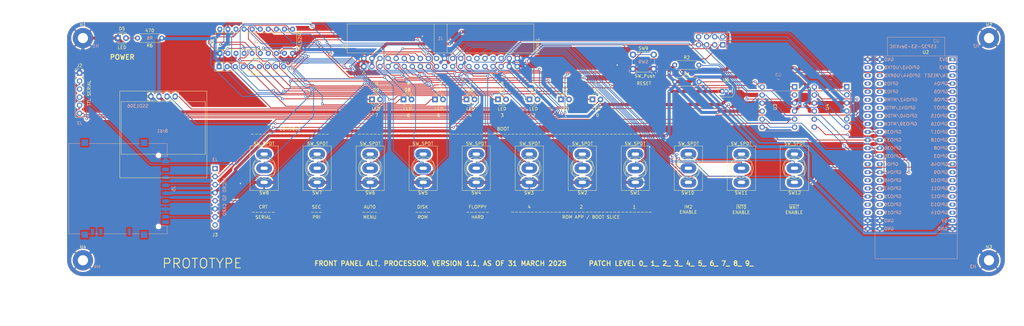
<source format=kicad_pcb>
(kicad_pcb (version 20240108) (generator "pcbnew") (generator_version "8.0")
  (layers (0 "F.Cu" signal) (31 "B.Cu" signal) (34 "B.Paste" user) (35 "F.Paste" user) (36 "B.SilkS" user "B.Silkscreen") (37 "F.SilkS" user "F.Silkscreen") (38 "B.Mask" user) (39 "F.Mask" user) (44 "Edge.Cuts" user))
  (net 0 "")
  (net 1 "GND")
  (net 2 "VCC")
  (net 3 "I2C_SDA_1")
  (net 4 "I2C_SCL_1")
  (net 5 "Net-(D1-K)")
  (net 6 "Net-(D1-A)")
  (net 7 "Net-(D2-K)")
  (net 8 "Net-(D2-A)")
  (net 9 "Net-(D3-A)")
  (net 10 "Net-(D3-K)")
  (net 11 "Net-(D4-K)")
  (net 12 "Net-(D4-A)")
  (net 13 "Net-(D5-A)")
  (net 14 "Net-(D6-A)")
  (net 15 "Net-(D6-K)")
  (net 16 "Net-(D7-A)")
  (net 17 "Net-(D7-K)")
  (net 18 "Net-(D8-K)")
  (net 19 "/LED0")
  (net 20 "/FP-D0")
  (net 21 "/LED1")
  (net 22 "/FP-D1")
  (net 23 "/LED2")
  (net 24 "/FP-D2")
  (net 25 "/LED3")
  (net 26 "/FP-D3")
  (net 27 "/LED4")
  (net 28 "/FP-D4")
  (net 29 "/LED5")
  (net 30 "/FP-D5")
  (net 31 "/LED6")
  (net 32 "/FP-D6")
  (net 33 "/LED7")
  (net 34 "/FP-D7")
  (net 35 "I2C_SDA")
  (net 36 "I2C_SCL")
  (net 37 "~{EXT_RES}")
  (net 38 "~{IM2-EN}")
  (net 39 "~{RTS}")
  (net 40 "~{IM2-EN-OE}")
  (net 42 "~{INT0-EN}")
  (net 43 "RX")
  (net 44 "~{INT0}")
  (net 45 "TX")
  (net 46 "~{WAIT-EN}")
  (net 47 "~{CTS}")
  (net 48 "~{WAIT}")
  (net 49 "Net-(D8-A)")
  (net 50 "Net-(D9-K)")
  (net 51 "Net-(D9-A)")
  (net 52 "DO")
  (net 53 "CS")
  (net 55 "DI")
  (net 56 "CLK")
  (net 71 "~{RTS_WIFI}")
  (net 76 "TX_WIFI")
  (net 88 "~{CTS_WIFI}")
  (net 98 "RX_WIFI")
  (net 113 "+3.3V")
  (net 116 "LV_I2C_SCL")
  (net 117 "LV_I2C_SDA")
  (net 118 "LV_TX_WIFI")
  (net 119 "LV_I2C_SCL_1")
  (net 120 "~{LV_CTS_WIFI}")
  (net 121 "LV_RX_WIFI")
  (net 122 "~{LV_RTS_WIFI}")
  (net 123 "LV_I2C_SDA_1")
  (footprint "Connector_IDC:IDC-Header_2x20_P2.54mm_Horizontal" (layer "F.Cu") (at 128.37 163.9475 90)
    (property "Reference" "J1")
    (property "Value" "FPANEL")
  )
  (footprint "Connector_PinHeader_2.54mm:PinHeader_1x06_P2.54mm_Vertical" (layer "F.Cu") (at 38.937 165.992)
    (property "Reference" "J2")
    (property "Value" "TTL SERIAL")
  )
  (footprint "MountingHole:MountingHole_3.2mm_M3_Pad" (layer "F.Cu") (at 40 155)
    (property "Reference" "H1")
    (property "Value" "MountingHole" (hide yes))
  )
  (footprint "MountingHole:MountingHole_3.2mm_M3_Pad" (layer "F.Cu") (at 325 155)
    (property "Reference" "H2")
    (property "Value" "MountingHole" (hide yes))
  )
  (footprint "MountingHole:MountingHole_3.2mm_M3_Pad" (layer "F.Cu") (at 325 225)
    (property "Reference" "H3")
    (property "Value" "MountingHole" (hide yes))
  )
  (footprint "MountingHole:MountingHole_3.2mm_M3_Pad" (layer "F.Cu") (at 40 225)
    (property "Reference" "H4")
    (property "Value" "MountingHole" (hide yes))
  )
  (footprint "LED_THT:LED_D3.0mm" (layer "F.Cu") (at 51 155)
    (property "Reference" "D5")
    (property "Value" "LED")
  )
  (footprint "Resistor_THT:R_Axial_DIN0207_L6.3mm_D2.5mm_P7.62mm_Horizontal" (layer "F.Cu") (at 64.81 155 180)
    (property "Reference" "R6")
    (property "Value" "470")
  )
  (footprint "LED_THT:LED_D3.0mm" (layer "F.Cu") (at 170.549 174.327)
    (property "Reference" "D4")
    (property "Value" "LED")
  )
  (footprint "Button_Switch_THT:SW_PUSH_6mm" (layer "F.Cu") (at 213.031 160.222)
    (property "Reference" "SW9")
    (property "Value" "SW_Push")
  )
  (footprint "LED_THT:LED_D3.0mm" (layer "F.Cu") (at 160.6431 174.327)
    (property "Reference" "D6")
    (property "Value" "LED")
  )
  (footprint "LED_THT:LED_D3.0mm" (layer "F.Cu") (at 180.4549 174.3293)
    (property "Reference" "D3")
    (property "Value" "LED")
  )
  (footprint "Package_DIP:DIP-20_W7.62mm" (layer "F.Cu") (at 83.075 159.8 90)
    (property "Reference" "U1")
    (property "Value" "74LS240")
  )
  (footprint "SW_Toggle_Blue_wSlots:SW_Toggle_Blue_wSlots" (layer "F.Cu") (at 97 196 90)
    (property "Reference" "SW8")
    (property "Value" "SW_SPDT")
  )
  (footprint "SW_Toggle_Blue_wSlots:SW_Toggle_Blue_wSlots" (layer "F.Cu") (at 180.405 196 90)
    (property "Reference" "SW3")
    (property "Value" "SW_SPDT")
  )
  (footprint "SW_Toggle_Blue_wSlots:SW_Toggle_Blue_wSlots" (layer "F.Cu") (at 113.681 196 90)
    (property "Reference" "SW7")
    (property "Value" "SW_SPDT")
  )
  (footprint "SW_Toggle_Blue_wSlots:SW_Toggle_Blue_wSlots" (layer "F.Cu") (at 213.767 196 90)
    (property "Reference" "SW1")
    (property "Value" "SW_SPDT")
  )
  (footprint "SW_Toggle_Blue_wSlots:SW_Toggle_Blue_wSlots" (layer "F.Cu") (at 147.043 196 90)
    (property "Reference" "SW5")
    (property "Value" "SW_SPDT")
  )
  (footprint "LED_THT:LED_D3.0mm" (layer "F.Cu") (at 190.3608 174.3288)
    (property "Reference" "D2")
    (property "Value" "LED")
  )
  (footprint "SW_Toggle_Blue_wSlots:SW_Toggle_Blue_wSlots" (layer "F.Cu") (at 230.448 196 90)
    (property "Reference" "SW10")
    (property "Value" "SW_SPDT")
  )
  (footprint "LED_THT:LED_D3.0mm" (layer "F.Cu") (at 150.7373 174.3288)
    (property "Reference" "D7")
    (property "Value" "LED")
  )
  (footprint "SW_Toggle_Blue_wSlots:SW_Toggle_Blue_wSlots" (layer "F.Cu") (at 130.362 196 90)
    (property "Reference" "SW6")
    (property "Value" "SW_SPDT")
  )
  (footprint "SW_Toggle_Blue_wSlots:SW_Toggle_Blue_wSlots" (layer "F.Cu") (at 247.129 196 90)
    (property "Reference" "SW11")
    (property "Value" "SW_SPDT")
  )
  (footprint "Resistor_THT:R_Array_SIP9" (layer "F.Cu") (at 82.825 164)
    (property "Reference" "RN1")
    (property "Value" "470")
  )
  (footprint "LED_THT:LED_D3.0mm" (layer "F.Cu") (at 140.8314 174.327)
    (property "Reference" "D8")
    (property "Value" "LED")
  )
  (footprint "LED_THT:LED_D3.0mm" (layer "F.Cu") (at 200.2666 174.327)
    (property "Reference" "D1")
    (property "Value" "LED")
  )
  (footprint "SW_Toggle_Blue_wSlots:SW_Toggle_Blue_wSlots" (layer "F.Cu") (at 197.086 196 90)
    (property "Reference" "SW2")
    (property "Value" "SW_SPDT")
  )
  (footprint "Package_TO_SOT_THT:TO-92_Inline" (layer "F.Cu") (at 241.0956 171.7368)
    (property "Reference" "U5")
    (property "Value" "LP2950-3.3_TO92")
  )
  (footprint "LED_THT:LED_D3.0mm" (layer "F.Cu") (at 130.9255 174.327)
    (property "Reference" "D9")
    (property "Value" "LED")
  )
  (footprint "SSD1306:128x64OLED" (layer "F.Cu") (at 65 184)
    (property "Reference" "Brd1")
    (property "Value" "SSD1306")
  )
  (footprint "SW_Toggle_Blue_wSlots:SW_Toggle_Blue_wSlots" (layer "F.Cu") (at 263.81 196 90)
    (property "Reference" "SW12")
    (property "Value" "SW_SPDT")
  )
  (footprint "Resistor_THT:R_Axial_DIN0207_L6.3mm_D2.5mm_P7.62mm_Horizontal" (layer "F.Cu") (at 226.135 163.5028)
    (property "Reference" "R2")
    (property "Value" "10K")
  )
  (footprint "SW_Toggle_Blue_wSlots:SW_Toggle_Blue_wSlots" (layer "F.Cu") (at 163.724 196 90)
    (property "Reference" "SW4")
    (property "Value" "SW_SPDT")
  )
  (footprint "Resistor_THT:R_Axial_DIN0207_L6.3mm_D2.5mm_P7.62mm_Horizontal" (layer "F.Cu") (at 226.1858 168.7606)
    (property "Reference" "R1")
    (property "Value" "10K")
  )
  (footprint "Connector_Card:SD_Hirose_DM1AA_SF_PEJ82" (layer "B.Cu") (at 51.0274 202.441 90)
    (property "Reference" "J5")
    (property "Value" "Micro_SD_Card")
  )
  (footprint "Connector_PinSocket_2.54mm:PinSocket_1x08_P2.54mm_Vertical" (layer "B.Cu") (at 81.5582 196.091 180)
    (property "Reference" "J3")
    (property "Value" "MICRO SD CARD")
  )
  (footprint "Custom:ESP32S3Devkit3Universal" (layer "B.Cu") (at 289.127 160.7059 180)
    (property "Reference" "U2")
    (property "Value" "ESP32-S3-DevKitC")
  )
  (footprint "Connector_PinHeader_2.54mm:PinHeader_2x04_P2.54mm_Vertical" (layer "B.Cu") (at 241.2734 157.1274 90)
    (property "Reference" "J4")
    (property "Value" "TTL Serial to WiFi Enable")
  )
  (footprint "Custom:HV-LV" (layer "B.Cu") (at 258.7674 167.0416 180)
    (property "Reference" "U3")
    (property "Value" "~")
  )
  (footprint "Custom:HV-LV" (layer "B.Cu") (at 275.172 167.0189 180)
    (property "Reference" "U4")
    (property "Value" "~")
  )
  (gr_line (start 40 230) (end 325 230) (stroke (width 0.05)) (layer "Edge.Cuts"))
  (gr_line (start 35 155) (end 35 225) (stroke (width 0.05)) (layer "Edge.Cuts"))
  (gr_line (start 325 150) (end 40 150) (stroke (width 0.05)) (layer "Edge.Cuts"))
  (gr_line (start 330 225) (end 330 155) (stroke (width 0.05)) (layer "Edge.Cuts"))
  (gr_arc (start 325 150) (mid 328.535534 151.464466) (end 330 155) (stroke (width 0.05)) (layer "Edge.Cuts"))
  (gr_arc (start 40 230) (mid 36.464466 228.535534) (end 35 225) (stroke (width 0.05)) (layer "Edge.Cuts"))
  (gr_arc (start 35 155) (mid 36.464466 151.464466) (end 40 150) (stroke (width 0.05)) (layer "Edge.Cuts"))
  (gr_arc (start 330 225) (mid 328.535534 228.535534) (end 325 230) (stroke (width 0.05)) (layer "Edge.Cuts"))
  (gr_text "FRONT PANEL ALT, PROCESSOR, VERSION 1.1, AS OF 31 MARCH 2025" (at 152.5 226 0) (layer "F.SilkS") (effects (font (size 1.5 1.5) (thickness 0.3))))
  (gr_text "~{INT0}\nENABLE" (at 247.066 209.122861 0) (layer "F.SilkS") (effects (font (size 1 1))))
  (gr_text "POWER" (at 52.366487 161 0) (layer "F.SilkS") (effects (font (size 1.5 1.5) (thickness 0.3))))
  (gr_text "4" (at 180.391 208.197056 0) (layer "F.SilkS") (effects (font (size 1 1))))
  (gr_text "8" (at 132.378 169.327 0) (layer "F.SilkS") (effects (font (size 1 1))))
  (gr_text "1" (at 161.878 169.327 0) (layer "F.SilkS") (effects (font (size 1 1))))
  (gr_text "2" (at 152.378 169.327 0) (layer "F.SilkS") (effects (font (size 1 1))))
  (gr_text "2" (at 181.878 179.327 0) (layer "F.SilkS") (effects (font (size 1 1))))
  (gr_text "1" (at 201.378 169.327 0) (layer "F.SilkS") (effects (font (size 1 1))))
  (gr_text "2" (at 191.878 169.327 0) (layer "F.SilkS") (effects (font (size 1 1))))
  (gr_text "1" (at 191.878 179.327 0) (layer "F.SilkS") (effects (font (size 1 1))))
  (gr_text "SEC\n---\nPRI" (at 113.462 209.807 0) (layer "F.SilkS") (effects (font (size 1 1))))
  (gr_text "DISK\n----\nROM" (at 146.863 209.807 0) (layer "F.SilkS") (effects (font (size 1 1))))
  (gr_text "------------------------------------\n        ROM APP / BOOT SLICE" (at 196.774 210.569 0) (layer "F.SilkS") (effects (font (size 1 1))))
  (gr_text "PATCH LEVEL 0_ 1_ 2_ 3_ 4_ 5_ 6_ 7_ 8_ 9_" (at 225 226 0) (layer "F.SilkS") (effects (font (size 1.5 1.5) (thickness 0.3))))
  (gr_text "7" (at 132.378 179.327 0) (layer "F.SilkS") (effects (font (size 1 1))))
  (gr_text "PROTOTYPE" (at 77.5 226 0) (layer "F.SilkS") (effects (font (size 3 3) (thickness 0.3))))
  (gr_text "4" (at 181.878 169.327 0) (layer "F.SilkS") (effects (font (size 1 1))))
  (gr_text "BOOT\n--------------------------------------------------------------------------" (at 172.16 184.407 0) (layer "F.SilkS") (effects (font (size 1 1))))
  (gr_text "1" (at 213.411 208.197056 0) (layer "F.SilkS") (effects (font (size 1 1))))
  (gr_text "5" (at 151.878 179.327 0) (layer "F.SilkS") (effects (font (size 1 1))))
  (gr_text "AUTO\n----\nMENU" (at 130.226 209.807 0) (layer "F.SilkS") (effects (font (size 1 1))))
  (gr_text "2" (at 196.774 208.197056 0) (layer "F.SilkS") (effects (font (size 1 1))))
  (gr_text "8" (at 171.878 169.327 0) (layer "F.SilkS") (effects (font (size 1 1))))
  (gr_text "FLOPPY\n------\nHARD" (at 164.135 209.807 0) (layer "F.SilkS") (effects (font (size 1 1))))
  (gr_text "4" (at 142.378 169.327 0) (layer "F.SilkS") (effects (font (size 1 1))))
  (gr_text "RESET" (at 216.483 169.294 0) (layer "F.SilkS") (effects (font (size 1 1))))
  (gr_text "CRT\n------\nSERIAL" (at 96.722 209.807 0) (layer "F.SilkS") (effects (font (size 1 1))))
  (gr_text "~{WAIT}\nENABLE" (at 263.703 209.122861 0) (layer "F.SilkS") (effects (font (size 1 1))))
  (gr_text "3" (at 171.878 179.327 0) (layer "F.SilkS") (effects (font (size 1 1))))
  (gr_text "4" (at 161.878 179.327 0) (layer "F.SilkS") (effects (font (size 1 1))))
  (gr_text "CONSOLE\n--------------------" (at 105.104 184.407 0) (layer "F.SilkS") (effects (font (size 1 1))))
  (gr_text "IM2\nENABLE" (at 230.429 209.002028 0) (layer "F.SilkS") (effects (font (size 1 1))))
  (gr_text "6" (at 142.378 179.327 0) (layer "F.SilkS") (effects (font (size 1 1))))
  (gr_text "0" (at 201.878 179.327 0) (layer "F.SilkS") (effects (font (size 1 1))))
  (segment (start 163.724 200.45) (end 180.405 200.45) (width 1) (layer "F.Cu") (net 1))
  (segment (start 280.26 175.4289) (end 278.7099 175.4289) (width 1) (layer "F.Cu") (net 1))
  (segment (start 83.075 159.8) (end 55.8 159.8) (width 1) (layer "F.Cu") (net 1))
  (segment (start 286.841 161.7219) (end 290.651 161.7219) (width 1) (layer "F.Cu") (net 1))
  (segment (start 130.362 200.45) (end 113.681 200.45) (width 1) (layer "F.Cu") (net 1))
  (segment (start 281.8101 175.4289) (end 281.9769 175.5957) (width 1) (layer "F.Cu") (net 1))
  (segment (start 263.0804 175.4516) (end 263.51 175.4516) (width 1) (layer "F.Cu") (net 1))
  (segment (start 93.7999 200.45) (end 93.4472 200.8027) (width 1) (layer "F.Cu") (net 1))
  (segment (start 113.681 200.45) (end 97 200.45) (width 1) (layer "F.Cu") (net 1))
  (segment (start 179.4209 163.5027) (end 179.1515 163.7721) (width 1) (layer "F.Cu") (net 1))
  (segment (start 263.8554 175.4516) (end 263.51 175.4516) (width 1) (layer "F.Cu") (net 1))
  (segment (start 51 155) (end 40 155) (width 1) (layer "F.Cu") (net 1))
  (segment (start 218.3 189.2657) (end 221.1956 189.2657) (width 1) (layer "F.Cu") (net 1))
  (segment (start 270.06 175.4689) (end 278.6699 175.4689) (width 1) (layer "F.Cu") (net 1))
  (segment (start 93.4472 200.8027) (end 89.5465 200.8027) (width 1) (layer "F.Cu") (net 1))
  (segment (start 269.285 175.4689) (end 270.06 175.4689) (width 1) (layer "F.Cu") (net 1))
  (segment (start 146.791 154.4285) (end 112.9902 154.4285) (width 1) (layer "F.Cu") (net 1))
  (segment (start 311.8119 215.0619) (end 311.8146 215.0592) (width 1) (layer "F.Cu") (net 1))
  (segment (start 109.3464 158.0723) (end 109.1628 158.0723) (width 1) (layer "F.Cu") (net 1))
  (segment (start 147.043 200.45) (end 163.724 200.45) (width 1) (layer "F.Cu") (net 1))
  (segment (start 290.651 215.0619) (end 311.8119 215.0619) (width 1) (layer "F.Cu") (net 1))
  (segment (start 281.9769 175.5957) (end 282.2641 175.5957) (width 1) (layer "F.Cu") (net 1))
  (segment (start 112.9902 154.4285) (end 109.3464 158.0723) (width 1) (layer "F.Cu") (net 1))
  (segment (start 208.0596 163.5027) (end 179.4209 163.5027) (width 1) (layer "F.Cu") (net 1))
  (segment (start 219.531 164.722) (end 213.031 164.722) (width 1) (layer "F.Cu") (net 1))
  (segment (start 263.0804 175.4516) (end 262.3053 175.4516) (width 1) (layer "F.Cu") (net 1))
  (segment (start 213.767 200.45) (end 197.086 200.45) (width 1) (layer "F.Cu") (net 1))
  (segment (start 97 200.45) (end 93.7999 200.45) (width 1) (layer "F.Cu") (net 1))
  (segment (start 179.1515 163.7721) (end 176.8054 163.7721) (width 1) (layer "F.Cu") (net 1))
  (segment (start 197.086 200.45) (end 180.405 200.45) (width 1) (layer "F.Cu") (net 1))
  (segment (start 109.1628 158.0723) (end 107.4351 159.8) (width 1) (layer "F.Cu") (net 1))
  (segment (start 253.6554 175.4916) (end 262.2653 175.4916) (width 1) (layer "F.Cu") (net 1))
  (segment (start 128.37 161.4075) (end 128.37 163.9475) (width 1) (layer "F.Cu") (net 1))
  (segment (start 262.2653 175.4916) (end 262.3053 175.4516) (width 1) (layer "F.Cu") (net 1))
  (segment (start 55.8 159.8) (end 51 155) (width 1) (layer "F.Cu") (net 1))
  (segment (start 105.935 159.8) (end 107.4351 159.8) (width 1) (layer "F.Cu") (net 1))
  (segment (start 278.6699 175.4689) (end 278.7099 175.4289) (width 1) (layer "F.Cu") (net 1))
  (segment (start 176.8054 163.7721) (end 176.63 163.9475) (width 1) (layer "F.Cu") (net 1))
  (segment (start 221.1956 189.2657) (end 223.2007 187.2606) (width 1) (layer "F.Cu") (net 1))
  (segment (start 280.26 175.4289) (end 281.8101 175.4289) (width 1) (layer "F.Cu") (net 1))
  (segment (start 313.5147 215.0592) (end 311.8146 215.0592) (width 1) (layer "F.Cu") (net 1))
  (segment (start 147.043 200.45) (end 130.362 200.45) (width 1) (layer "F.Cu") (net 1))
  (segment (start 264.2931 174.6685) (end 267.7095 174.6685) (width 1) (layer "F.Cu") (net 1))
  (segment (start 267.7095 174.6685) (end 268.5099 175.4689) (width 1) (layer "F.Cu") (net 1))
  (segment (start 263.51 175.4516) (end 264.2931 174.6685) (width 1) (layer "F.Cu") (net 1))
  (segment (start 269.285 175.4689) (end 268.5099 175.4689) (width 1) (layer "F.Cu") (net 1))
  (via (at 89.5465 200.8027) (size 0.8) (drill 0.4) (layers "F.Cu" "B.Cu") (net 1))
  (via (at 223.2007 187.2606) (size 0.8) (drill 0.4) (layers "F.Cu" "B.Cu") (net 1))
  (via (at 282.2641 175.5957) (size 0.8) (drill 0.4) (layers "F.Cu" "B.Cu") (net 1))
  (via (at 179.1515 163.7721) (size 0.8) (drill 0.4) (layers "F.Cu" "B.Cu") (net 1))
  (via (at 109.3464 158.0723) (size 0.8) (drill 0.4) (layers "F.Cu" "B.Cu") (net 1))
  (via (at 146.791 154.4285) (size 0.8) (drill 0.4) (layers "F.Cu" "B.Cu") (net 1))
  (via (at 208.0596 163.5027) (size 0.8) (drill 0.4) (layers "F.Cu" "B.Cu") (net 1))
  (via (at 218.3 189.2657) (size 0.8) (drill 0.4) (layers "F.Cu" "B.Cu") (net 1))
  (segment (start 83.5427 158.2999) (end 85.615 156.2276) (width 1) (layer "B.Cu") (net 1))
  (segment (start 51 155) (end 51 164.5201) (width 1) (layer "B.Cu") (net 1))
  (segment (start 83.075 158.2999) (end 83.5427 158.2999) (width 1) (layer "B.Cu") (net 1))
  (segment (start 244.8867 169.7723) (end 240.1173 165.0029) (width 1) (layer "B.Cu") (net 1))
  (segment (start 282.2641 164.5987) (end 282.2641 175.5957) (width 1) (layer "B.Cu") (net 1))
  (segment (start 40 225) (end 56.134 208.866) (width 1) (layer "B.Cu") (net 1))
  (segment (start 288.5411 212.5219) (end 290.651 212.5219) (width 1) (layer "B.Cu") (net 1))
  (segment (start 290.651 212.5219) (end 292.3511 212.5219) (width 1) (layer "B.Cu") (net 1))
  (segment (start 224.8842 164.7141) (end 219.5389 164.7141) (width 1) (layer "B.Cu") (net 1))
  (segment (start 314.9148 215.0592) (end 315.2148 215.0592) (width 1) (layer "B.Cu") (net 1))
  (segment (start 286.841 212.5219) (end 287.6911 212.5219) (width 1) (layer "B.Cu") (net 1))
  (segment (start 219.531 183.5909) (end 223.2007 187.2606) (width 1) (layer "B.Cu") (net 1))
  (segment (start 36.9146 165.3072) (end 36.9146 189.6466) (width 1) (layer "B.Cu") (net 1))
  (segment (start 85.615 156.2276) (end 85.615 152.18) (width 1) (layer "B.Cu") (net 1))
  (segment (start 89.5465 200.8027) (end 83.1083 207.2409) (width 1) (layer "B.Cu") (net 1))
  (segment (start 285.1409 161.7219) (end 282.2641 164.5987) (width 1) (layer "B.Cu") (net 1))
  (segment (start 248.2709 175.8732) (end 244.8867 172.489) (width 1) (layer "B.Cu") (net 1))
  (segment (start 213.767 200.45) (end 218.3 195.917) (width 1) (layer "B.Cu") (net 1))
  (segment (start 176.7869 161.4075) (end 179.1515 163.7721) (width 1) (layer "B.Cu") (net 1))
  (segment (start 65.9774 177.9974) (end 65.9774 193.866) (width 1) (layer "B.Cu") (net 1))
  (segment (start 65.9774 208.866) (end 67.6775 208.866) (width 1) (layer "B.Cu") (net 1))
  (segment (start 227.8791 164.4254) (end 227.3016 165.0029) (width 1) (layer "B.Cu") (net 1))
  (segment (start 225.173 165.0029) (end 224.8842 164.7141) (width 1) (layer "B.Cu") (net 1))
  (segment (start 292.3511 161.7219) (end 293.664 160.409) (width 1) (layer "B.Cu") (net 1))
  (segment (start 228.8734 164.4254) (end 227.8791 164.4254) (width 1) (layer "B.Cu") (net 1))
  (segment (start 242.3656 173.1869) (end 244.1888 173.1869) (width 1) (layer "B.Cu") (net 1))
  (segment (start 37.7799 164.4419) (end 36.9146 165.3072) (width 1) (layer "B.Cu") (net 1))
  (segment (start 290.651 161.7219) (end 292.3511 161.7219) (width 1) (layer "B.Cu") (net 1))
  (segment (start 83.075 159.8) (end 83.075 158.2999) (width 1) (layer "B.Cu") (net 1))
  (segment (start 61.38 173.4) (end 59.8799 173.4) (width 1) (layer "B.Cu") (net 1))
  (segment (start 251.7237 175.8732) (end 248.2709 175.8732) (width 1) (layer "B.Cu") (net 1))
  (segment (start 219.5389 164.7141) (end 219.531 164.722) (width 1) (layer "B.Cu") (net 1))
  (segment (start 81.5582 208.791) (end 83.1083 208.791) (width 1) (layer "B.Cu") (net 1))
  (segment (start 38.937 165.992) (end 38.937 164.4419) (width 1) (layer "B.Cu") (net 1))
  (segment (start 153.77 161.4075) (end 146.791 154.4285) (width 1) (layer "B.Cu") (net 1))
  (segment (start 252.1053 175.4916) (end 251.7237 175.8732) (width 1) (layer "B.Cu") (net 1))
  (segment (start 244.1888 173.1869) (end 244.8867 172.489) (width 1) (layer "B.Cu") (net 1))
  (segment (start 153.77 161.4075) (end 153.77 160.9803) (width 1) (layer "B.Cu") (net 1))
  (segment (start 315.2148 160.409) (end 319.591 160.409) (width 1) (layer "B.Cu") (net 1))
  (segment (start 109.8996 158.6255) (end 125.588 158.6255) (width 1) (layer "B.Cu") (net 1))
  (segment (start 162.2357 152.5146) (end 270.18 152.5146) (width 1) (layer "B.Cu") (net 1))
  (segment (start 253.6554 175.4916) (end 252.1053 175.4916) (width 1) (layer "B.Cu") (net 1))
  (segment (start 315.2148 215.0592) (end 315.2148 160.409) (width 1) (layer "B.Cu") (net 1))
  (segment (start 176.63 161.4075) (end 176.7869 161.4075) (width 1) (layer "B.Cu") (net 1))
  (segment (start 242.3656 171.7368) (end 242.3656 173.1869) (width 1) (layer "B.Cu") (net 1))
  (segment (start 286.841 215.0619) (end 288.5411 215.0619) (width 1) (layer "B.Cu") (net 1))
  (segment (start 288.5411 212.5219) (end 288.5411 215.0619) (width 1) (layer "B.Cu") (net 1))
  (segment (start 81.5582 208.791) (end 67.7525 208.791) (width 1) (layer "B.Cu") (net 1))
  (segment (start 83.1083 207.2409) (end 83.1083 208.791) (width 1) (layer "B.Cu") (net 1))
  (segment (start 36.9146 189.6466) (end 56.134 208.866) (width 1) (layer "B.Cu") (net 1))
  (segment (start 315.2148 215.2148) (end 325 225) (width 1) (layer "B.Cu") (net 1))
  (segment (start 315.2148 215.0592) (end 315.2148 215.2148) (width 1) (layer "B.Cu") (net 1))
  (segment (start 153.77 160.9803) (end 162.2357 152.5146) (width 1) (layer "B.Cu") (net 1))
  (segment (start 67.7525 208.791) (end 67.6775 208.866) (width 1) (layer "B.Cu") (net 1))
  (segment (start 286.841 161.7219) (end 285.1409 161.7219) (width 1) (layer "B.Cu") (net 1))
  (segment (start 219.531 164.722) (end 219.531 183.5909) (width 1) (layer "B.Cu") (net 1))
  (segment (start 61.38 173.4) (end 65.9774 177.9974) (width 1) (layer "B.Cu") (net 1))
  (segment (start 209.2789 164.722) (end 208.0596 163.5027) (width 1) (layer "B.Cu") (net 1))
  (segment (start 38.937 164.4419) (end 37.7799 164.4419) (width 1) (layer "B.Cu") (net 1))
  (segment (start 244.8867 172.489) (end 244.8867 169.7723) (width 1) (layer "B.Cu") (net 1))
  (segment (start 290.651 215.0619) (end 292.3511 215.0619) (width 1) (layer "B.Cu") (net 1))
  (segment (start 125.588 158.6255) (end 128.37 161.4075) (width 1) (layer "B.Cu") (net 1))
  (segment (start 287.6911 212.5219) (end 288.5411 212.5219) (width 1) (layer "B.Cu") (net 1))
  (segment (start 319.591 160.409) (end 325 155) (width 1) (layer "B.Cu") (net 1))
  (segment (start 240.1173 165.0029) (end 229.4509 165.0029) (width 1) (layer "B.Cu") (net 1))
  (segment (start 40 163.3789) (end 38.937 164.4419) (width 1) (layer "B.Cu") (net 1))
  (segment (start 40 155) (end 40 163.3789) (width 1) (layer "B.Cu") (net 1))
  (segment (start 213.031 164.722) (end 209.2789 164.722) (width 1) (layer "B.Cu") (net 1))
  (segment (start 227.3016 165.0029) (end 225.173 165.0029) (width 1) (layer "B.Cu") (net 1))
  (segment (start 292.3511 212.5219) (end 292.3511 215.0619) (width 1) (layer "B.Cu") (net 1))
  (segment (start 109.3464 158.0723) (end 109.8996 158.6255) (width 1) (layer "B.Cu") (net 1))
  (segment (start 51 164.5201) (end 59.8799 173.4) (width 1) (layer "B.Cu") (net 1))
  (segment (start 293.664 160.409) (end 315.2148 160.409) (width 1) (layer "B.Cu") (net 1))
  (segment (start 270.18 152.5146) (end 282.2641 164.5987) (width 1) (layer "B.Cu") (net 1))
  (segment (start 56.134 208.866) (end 65.9774 208.866) (width 1) (layer "B.Cu") (net 1))
  (segment (start 229.4509 165.0029) (end 228.8734 164.4254) (width 1) (layer "B.Cu") (net 1))
  (segment (start 218.3 195.917) (end 218.3 189.2657) (width 1) (layer "B.Cu") (net 1))
  (segment (start 313.5147 215.0592) (end 314.9148 215.0592) (width 1) (layer "B.Cu") (net 1))
  (segment (start 242.8465 164.4028) (end 242.2463 165.003) (width 1) (layer "F.Cu") (net 2))
  (segment (start 242.8465 164.4028) (end 242.8465 153.9118) (width 1) (layer "F.Cu") (net 2))
  (segment (start 63.92 173.4) (end 68.8166 178.2966) (width 1) (layer "F.Cu") (net 2))
  (segment (start 155.2848 156.8283) (end 135.4892 156.8283) (width 1) (layer "F.Cu") (net 2))
  (segment (start 242.8465 153.9118) (end 241.9715 153.0368) (width 1) (layer "F.Cu") (net 2))
  (segment (start 242.8465 164.4028) (end 263.896 164.4028) (width 1) (layer "F.Cu") (net 2))
  (segment (start 242.2463 165.003) (end 228.9987 165.003) (width 1) (layer "F.Cu") (net 2))
  (segment (start 241.9715 153.0368) (end 159.0763 153.0368) (width 1) (layer "F.Cu") (net 2))
  (segment (start 263.8554 177.9916) (end 265.4894 176.3576) (width 1) (layer "F.Cu") (net 2))
  (segment (start 135.4892 156.8283) (end 133.8555 158.462) (width 1) (layer "F.Cu") (net 2))
  (segment (start 240.8927 175.9298) (end 243.6356 173.1869) (width 1) (layer "F.Cu") (net 2))
  (segment (start 228.9987 165.003) (end 228.3762 165.6255) (width 1) (layer "F.Cu") (net 2))
  (segment (start 68.8166 178.2966) (end 188.4842 178.2966) (width 1) (layer "F.Cu") (net 2))
  (segment (start 202.689 175.9298) (end 240.8927 175.9298) (width 1) (layer "F.Cu") (net 2))
  (segment (start 265.4894 176.3576) (end 265.4894 175.8818) (width 1) (layer "F.Cu") (net 2))
  (segment (start 243.6356 171.7368) (end 243.6356 173.1869) (width 1) (layer "F.Cu") (net 2))
  (segment (start 265.4894 175.8818) (end 265.4895 175.8818) (width 1) (layer "F.Cu") (net 2))
  (via (at 159.0763 153.0368) (size 0.8) (drill 0.4) (layers "F.Cu" "B.Cu") (net 2))
  (via (at 133.8555 158.462) (size 0.8) (drill 0.4) (layers "F.Cu" "B.Cu") (net 2))
  (via (at 263.896 164.4028) (size 0.8) (drill 0.4) (layers "F.Cu" "B.Cu") (net 2))
  (via (at 188.4842 178.2966) (size 0.8) (drill 0.4) (layers "F.Cu" "B.Cu") (net 2))
  (via (at 155.2848 156.8283) (size 0.8) (drill 0.4) (layers "F.Cu" "B.Cu") (net 2))
  (via (at 228.3762 165.6255) (size 0.8) (drill 0.4) (layers "F.Cu" "B.Cu") (net 2))
  (via (at 265.4895 175.8818) (size 0.8) (drill 0.4) (layers "F.Cu" "B.Cu") (net 2))
  (via (at 202.689 175.9298) (size 0.8) (drill 0.4) (layers "F.Cu" "B.Cu") (net 2))
  (segment (start 268.2779 191.8588) (end 265.669 189.2499) (width 1) (layer "B.Cu") (net 2))
  (segment (start 270.692 168.8169) (end 268.9147 168.8169) (width 1) (layer "B.Cu") (net 2))
  (segment (start 64.9903 155.1803) (end 64.81 155) (width 1) (layer "B.Cu") (net 2))
  (segment (start 189.8161 179.6558) (end 198.963 179.6558) (width 1) (layer "B.Cu") (net 2))
  (segment (start 311.8146 212.5192) (end 307.9236 216.4102) (width 1) (layer "B.Cu") (net 2))
  (segment (start 313.5147 212.5192) (end 311.8146 212.5192) (width 1) (layer "B.Cu") (net 2))
  (segment (start 155.2848 156.8283) (end 159.0763 153.0368) (width 1) (layer "B.Cu") (net 2))
  (segment (start 174.09 161.4075) (end 174.09 163.9475) (width 1) (layer "B.Cu") (net 2))
  (segment (start 82.825 162.4999) (end 81.5748 161.2497) (width 1) (layer "B.Cu") (net 2))
  (segment (start 285.8968 216.4102) (end 268.2779 198.7913) (width 1) (layer "B.Cu") (net 2))
  (segment (start 268.6124 169.1192) (end 263.896 164.4028) (width 1) (layer "B.Cu") (net 2))
  (segment (start 232.9501 167.2532) (end 240.6021 167.2532) (width 1) (layer "B.Cu") (net 2))
  (segment (start 243.6356 171.7368) (end 243.6356 170.2867) (width 1) (layer "B.Cu") (net 2))
  (segment (start 265.4895 172.2421) (end 265.4895 175.8818) (width 1) (layer "B.Cu") (net 2))
  (segment (start 81.5748 155.1803) (end 83.075 153.6801) (width 1) (layer "B.Cu") (net 2))
  (segment (start 180.352 170.2095) (end 181.1597 170.2095) (width 1) (layer "B.Cu") (net 2))
  (segment (start 188.4842 178.2966) (end 188.4842 178.3239) (width 1) (layer "B.Cu") (net 2))
  (segment (start 188.4842 177.534) (end 188.4842 178.2966) (width 1) (layer "B.Cu") (net 2))
  (segment (start 265.669 189.2499) (end 252.1466 189.2499) (width 1) (layer "B.Cu") (net 2))
  (segment (start 280.26 177.9689) (end 278.7099 177.9689) (width 1) (layer "B.Cu") (net 2))
  (segment (start 307.9236 216.4102) (end 285.8968 216.4102) (width 1) (layer "B.Cu") (net 2))
  (segment (start 228.3762 165.6255) (end 230.6554 167.9047) (width 1) (layer "B.Cu") (net 2))
  (segment (start 63.92 173.4) (end 63.92 155.89) (width 1) (layer "B.Cu") (net 2))
  (segment (start 268.6124 169.1192) (end 265.4895 172.2421) (width 1) (layer "B.Cu") (net 2))
  (segment (start 268.9147 168.8169) (end 268.6124 169.1192) (width 1) (layer "B.Cu") (net 2))
  (segment (start 181.1597 170.2095) (end 188.4842 177.534) (width 1) (layer "B.Cu") (net 2))
  (segment (start 83.075 152.18) (end 83.075 153.6801) (width 1) (layer "B.Cu") (net 2))
  (segment (start 232.2986 169.4019) (end 232.2986 167.9047) (width 1) (layer "B.Cu") (net 2))
  (segment (start 188.4842 178.3239) (end 189.8161 179.6558) (width 1) (layer "B.Cu") (net 2))
  (segment (start 130.91 163.9475) (end 130.91 161.4075) (width 1) (layer "B.Cu") (net 2))
  (segment (start 198.963 179.6558) (end 202.689 175.9298) (width 1) (layer "B.Cu") (net 2))
  (segment (start 81.5748 161.2497) (end 81.5748 155.1803) (width 1) (layer "B.Cu") (net 2))
  (segment (start 82.825 164) (end 82.825 162.4999) (width 1) (layer "B.Cu") (net 2))
  (segment (start 63.92 155.89) (end 64.81 155) (width 1) (layer "B.Cu") (net 2))
  (segment (start 278.7099 177.9689) (end 278.7099 176.8348) (width 1) (layer "B.Cu") (net 2))
  (segment (start 240.6021 167.2532) (end 243.6356 170.2867) (width 1) (layer "B.Cu") (net 2))
  (segment (start 252.1466 189.2499) (end 232.2986 169.4019) (width 1) (layer "B.Cu") (net 2))
  (segment (start 232.2986 167.9047) (end 232.9501 167.2532) (width 1) (layer "B.Cu") (net 2))
  (segment (start 174.09 163.9475) (end 180.352 170.2095) (width 1) (layer "B.Cu") (net 2))
  (segment (start 81.5748 155.1803) (end 64.9903 155.1803) (width 1) (layer "B.Cu") (net 2))
  (segment (start 278.7099 176.8348) (end 270.692 168.8169) (width 1) (layer "B.Cu") (net 2))
  (segment (start 130.91 161.4075) (end 133.8555 158.462) (width 1) (layer "B.Cu") (net 2))
  (segment (start 230.6554 167.9047) (end 232.2986 167.9047) (width 1) (layer "B.Cu") (net 2))
  (segment (start 268.2779 198.7913) (end 268.2779 191.8588) (width 1) (layer "B.Cu") (net 2))
  (segment (start 241.8867 177.1694) (end 189.3102 177.1694) (width 0.25) (layer "F.Cu") (net 3))
  (segment (start 189.3102 177.1694) (end 189.1253 177.3543) (width 0.25) (layer "F.Cu") (net 3))
  (segment (start 189.1253 177.3543) (end 74.0794 177.3543) (width 0.25) (layer "F.Cu") (net 3))
  (segment (start 74.0794 177.3543) (end 70.1251 173.4) (width 0.25) (layer "F.Cu") (net 3))
  (segment (start 69 173.4) (end 70.1251 173.4) (width 0.25) (layer "F.Cu") (net 3))
  (segment (start 243.1329 175.9232) (end 241.8867 177.1694) (width 0.25) (layer "F.Cu") (net 3))
  (via (at 243.1329 175.9232) (size 0.8) (drill 0.4) (layers "F.Cu" "B.Cu") (net 3))
  (segment (start 254.8306 181.7468) (end 248.9565 181.7468) (width 0.25) (layer "B.Cu") (net 3))
  (segment (start 248.9565 181.7468) (end 243.1329 175.9232) (width 0.25) (layer "B.Cu") (net 3))
  (segment (start 263.8554 183.0716) (end 256.1554 183.0716) (width 0.25) (layer "B.Cu") (net 3))
  (segment (start 256.1554 183.0716) (end 254.8306 181.7468) (width 0.25) (layer "B.Cu") (net 3))
  (segment (start 263.8554 180.5316) (end 262.6803 180.5316) (width 0.25) (layer "F.Cu") (net 4))
  (segment (start 262.6803 180.5316) (end 261.3383 181.8736) (width 0.25) (layer "F.Cu") (net 4))
  (segment (start 261.3383 181.8736) (end 100.5434 181.8736) (width 0.25) (layer "F.Cu") (net 4))
  (via (at 100.5434 181.8736) (size 0.8) (drill 0.4) (layers "F.Cu" "B.Cu") (net 4))
  (segment (start 67.5851 173.4) (end 67.5851 173.8219) (width 0.25) (layer "B.Cu") (net 4))
  (segment (start 75.6368 181.8736) (end 100.5434 181.8736) (width 0.25) (layer "B.Cu") (net 4))
  (segment (start 66.46 173.4) (end 67.5851 173.4) (width 0.25) (layer "B.Cu") (net 4))
  (segment (start 67.5851 173.8219) (end 75.6368 181.8736) (width 0.25) (layer "B.Cu") (net 4))
  (segment (start 196.466 171.7515) (end 138.242 171.7515) (width 0.25) (layer "F.Cu") (net 5))
  (segment (start 111.0191 172.0364) (end 110.6486 171.6659) (width 0.25) (layer "F.Cu") (net 5))
  (segment (start 110.6486 171.6659) (end 103.1569 171.6659) (width 0.25) (layer "F.Cu") (net 5))
  (segment (start 137.9571 172.0364) (end 111.0191 172.0364) (width 0.25) (layer "F.Cu") (net 5))
  (segment (start 199.0415 174.327) (end 196.466 171.7515) (width 0.25) (layer "F.Cu") (net 5))
  (segment (start 200.2666 174.327) (end 199.0415 174.327) (width 0.25) (layer "F.Cu") (net 5))
  (segment (start 138.242 171.7515) (end 137.9571 172.0364) (width 0.25) (layer "F.Cu") (net 5))
  (via (at 103.1569 171.6659) (size 0.8) (drill 0.4) (layers "F.Cu" "B.Cu") (net 5))
  (segment (start 102.6212 172.2016) (end 103.1569 171.6659) (width 0.25) (layer "B.Cu") (net 5))
  (segment (start 88.155 152.18) (end 88.155 153.3051) (width 0.25) (layer "B.Cu") (net 5))
  (segment (start 86.7798 164.4862) (end 94.4952 172.2016) (width 0.25) (layer "B.Cu") (net 5))
  (segment (start 94.4952 172.2016) (end 102.6212 172.2016) (width 0.25) (layer "B.Cu") (net 5))
  (segment (start 86.7798 154.6803) (end 86.7798 164.4862) (width 0.25) (layer "B.Cu") (net 5))
  (segment (start 88.155 153.3051) (end 86.7798 154.6803) (width 0.25) (layer "B.Cu") (net 5))
  (segment (start 200.4143 176.7193) (end 189.1237 176.7193) (width 0.25) (layer "F.Cu") (net 6))
  (segment (start 85.365 164) (end 86.4901 164) (width 0.25) (layer "F.Cu") (net 6))
  (segment (start 86.4901 164.2813) (end 86.4901 164) (width 0.25) (layer "F.Cu") (net 6))
  (segment (start 99.113 176.9042) (end 86.4901 164.2813) (width 0.25) (layer "F.Cu") (net 6))
  (segment (start 202.8066 174.327) (end 200.4143 176.7193) (width 0.25) (layer "F.Cu") (net 6))
  (segment (start 189.1237 176.7193) (end 188.9388 176.9042) (width 0.25) (layer "F.Cu") (net 6))
  (segment (start 188.9388 176.9042) (end 99.113 176.9042) (width 0.25) (layer "F.Cu") (net 6))
  (segment (start 130.4439 168.6008) (end 141.0565 168.6008) (width 0.25) (layer "F.Cu") (net 7))
  (segment (start 93.235 153.3051) (end 93.5163 153.3051) (width 0.25) (layer "F.Cu") (net 7))
  (segment (start 141.0565 168.6008) (end 141.6066 168.0507) (width 0.25) (layer "F.Cu") (net 7))
  (segment (start 147.9333 168.2702) (end 148.0965 168.107) (width 0.25) (layer "F.Cu") (net 7))
  (segment (start 105.3627 167.8202) (end 129.6633 167.8202) (width 0.25) (layer "F.Cu") (net 7))
  (segment (start 142.4267 168.2702) (end 147.9333 168.2702) (width 0.25) (layer "F.Cu") (net 7))
  (segment (start 149.0702 168.107) (end 149.2334 168.2702) (width 0.25) (layer "F.Cu") (net 7))
  (segment (start 93.5163 153.3051) (end 99.705 159.4938) (width 0.25) (layer "F.Cu") (net 7))
  (segment (start 129.6633 167.8202) (end 130.4439 168.6008) (width 0.25) (layer "F.Cu") (net 7))
  (segment (start 99.705 160.2499) (end 101.875 162.4199) (width 0.25) (layer "F.Cu") (net 7))
  (segment (start 99.705 159.4938) (end 99.705 160.2499) (width 0.25) (layer "F.Cu") (net 7))
  (segment (start 141.6066 168.0507) (end 142.2072 168.0507) (width 0.25) (layer "F.Cu") (net 7))
  (segment (start 93.235 152.18) (end 93.235 153.3051) (width 0.25) (layer "F.Cu") (net 7))
  (segment (start 101.875 164.3325) (end 105.3627 167.8202) (width 0.25) (layer "F.Cu") (net 7))
  (segment (start 149.2334 168.2702) (end 186.3799 168.2702) (width 0.25) (layer "F.Cu") (net 7))
  (segment (start 142.2072 168.0507) (end 142.4267 168.2702) (width 0.25) (layer "F.Cu") (net 7))
  (segment (start 148.0965 168.107) (end 149.0702 168.107) (width 0.25) (layer "F.Cu") (net 7))
  (segment (start 101.875 162.4199) (end 101.875 164.3325) (width 0.25) (layer "F.Cu") (net 7))
  (via (at 186.3799 168.2702) (size 0.8) (drill 0.4) (layers "F.Cu" "B.Cu") (net 7))
  (segment (start 186.3799 169.1228) (end 190.3608 173.1037) (width 0.25) (layer "B.Cu") (net 7))
  (segment (start 190.3608 174.3288) (end 190.3608 173.1037) (width 0.25) (layer "B.Cu") (net 7))
  (segment (start 186.3799 168.2702) (end 186.3799 169.1228) (width 0.25) (layer "B.Cu") (net 7))
  (segment (start 138.615 172.6517) (end 138.3301 172.9366) (width 0.25) (layer "F.Cu") (net 8))
  (segment (start 101.2934 172.8728) (end 99.8905 171.4699) (width 0.25) (layer "F.Cu") (net 8))
  (segment (start 138.3301 172.9366) (end 110.6461 172.9366) (width 0.25) (layer "F.Cu") (net 8))
  (segment (start 168.7217 172.9421) (end 168.4313 172.6517) (width 0.25) (layer "F.Cu") (net 8))
  (segment (start 109.5992 172.8728) (end 101.2934 172.8728) (width 0.25) (layer "F.Cu") (net 8))
  (segment (start 109.7904 172.6816) (end 109.5992 172.8728) (width 0.25) (layer "F.Cu") (net 8))
  (segment (start 192.9008 174.3288) (end 191.142 172.57) (width 0.25) (layer "F.Cu") (net 8))
  (segment (start 168.4313 172.6517) (end 138.615 172.6517) (width 0.25) (layer "F.Cu") (net 8))
  (segment (start 110.3911 172.6816) (end 109.7904 172.6816) (width 0.25) (layer "F.Cu") (net 8))
  (segment (start 191.142 172.57) (end 172.4062 172.57) (width 0.25) (layer "F.Cu") (net 8))
  (segment (start 110.6461 172.9366) (end 110.3911 172.6816) (width 0.25) (layer "F.Cu") (net 8))
  (via (at 99.8905 171.4699) (size 0.8) (drill 0.4) (layers "F.Cu" "B.Cu") (net 8))
  (via (at 172.4062 172.57) (size 0.8) (drill 0.4) (layers "F.Cu" "B.Cu") (net 8))
  (via (at 168.7217 172.9421) (size 0.8) (drill 0.4) (layers "F.Cu" "B.Cu") (net 8))
  (segment (start 95.3749 171.4699) (end 99.8905 171.4699) (width 0.25) (layer "B.Cu") (net 8))
  (segment (start 169.0938 172.57) (end 168.7217 172.9421) (width 0.25) (layer "B.Cu") (net 8))
  (segment (start 172.4062 172.57) (end 169.0938 172.57) (width 0.25) (layer "B.Cu") (net 8))
  (segment (start 87.905 164) (end 95.3749 171.4699) (width 0.25) (layer "B.Cu") (net 8))
  (segment (start 149.6329 165.1227) (end 149.637 165.1186) (width 0.25) (layer "B.Cu") (net 9))
  (segment (start 110.2384 161.4874) (end 124.7281 161.4874) (width 0.25) (layer "B.Cu") (net 9))
  (segment (start 90.445 164) (end 91.5701 164) (width 0.25) (layer "B.Cu") (net 9))
  (segment (start 91.5701 164) (end 91.5701 163.7187) (width 0.25) (layer "B.Cu") (net 9))
  (segment (start 129.6405 163.1846) (end 129.6405 164.3573) (width 0.25) (layer "B.Cu") (net 9))
  (segment (start 129.6405 164.3573) (end 130.4059 165.1227) (width 0.25) (layer "B.Cu") (net 9))
  (segment (start 170.5667 164.8095) (end 170.8799 165.1227) (width 0.25) (layer "B.Cu") (net 9))
  (segment (start 173.7883 165.1227) (end 182.9949 174.3293) (width 0.25) (layer "B.Cu") (net 9))
  (segment (start 93.8014 161.4874) (end 109.3323 161.4874) (width 0.25) (layer "B.Cu") (net 9))
  (segment (start 124.7281 161.4874) (end 125.8361 162.5954) (width 0.25) (layer "B.Cu") (net 9))
  (segment (start 110.0857 161.6401) (end 110.2384 161.4874) (width 0.25) (layer "B.Cu") (net 9))
  (segment (start 91.5701 163.7187) (end 93.8014 161.4874) (width 0.25) (layer "B.Cu") (net 9))
  (segment (start 170.8799 165.1227) (end 173.7883 165.1227) (width 0.25) (layer "B.Cu") (net 9))
  (segment (start 125.8361 162.5954) (end 129.0513 162.5954) (width 0.25) (layer "B.Cu") (net 9))
  (segment (start 149.637 165.1186) (end 150.6107 165.1186) (width 0.25) (layer "B.Cu") (net 9))
  (segment (start 109.3323 161.4874) (end 109.485 161.6401) (width 0.25) (layer "B.Cu") (net 9))
  (segment (start 129.0513 162.5954) (end 129.6405 163.1846) (width 0.25) (layer "B.Cu") (net 9))
  (segment (start 150.6107 165.1186) (end 150.6148 165.1227) (width 0.25) (layer "B.Cu") (net 9))
  (segment (start 169.966 164.8095) (end 170.5667 164.8095) (width 0.25) (layer "B.Cu") (net 9))
  (segment (start 169.6528 165.1227) (end 169.966 164.8095) (width 0.25) (layer "B.Cu") (net 9))
  (segment (start 109.485 161.6401) (end 110.0857 161.6401) (width 0.25) (layer "B.Cu") (net 9))
  (segment (start 150.6148 165.1227) (end 169.6528 165.1227) (width 0.25) (layer "B.Cu") (net 9))
  (segment (start 130.4059 165.1227) (end 149.6329 165.1227) (width 0.25) (layer "B.Cu") (net 9))
  (segment (start 161.1438 165.3943) (end 160.12 164.3705) (width 0.25) (layer "F.Cu") (net 10))
  (segment (start 160.12 160.4966) (end 152.9285 153.3051) (width 0.25) (layer "F.Cu") (net 10))
  (segment (start 100.2838 153.3051) (end 99.4401 152.4614) (width 0.25) (layer "F.Cu") (net 10))
  (segment (start 152.9285 153.3051) (end 100.2838 153.3051) (width 0.25) (layer "F.Cu") (net 10))
  (segment (start 161.8916 165.3943) (end 161.1438 165.3943) (width 0.25) (layer "F.Cu") (net 10))
  (segment (start 98.315 152.18) (end 99.4401 152.18) (width 0.25) (layer "F.Cu") (net 10))
  (segment (start 169.1144 166.0447) (end 162.542 166.0447) (width 0.25) (layer "F.Cu") (net 10))
  (segment (start 160.12 164.3705) (end 160.12 160.4966) (width 0.25) (layer "F.Cu") (net 10))
  (segment (start 162.542 166.0447) (end 161.8916 165.3943) (width 0.25) (layer "F.Cu") (net 10))
  (segment (start 172.4545 166.7647) (end 169.8344 166.7647) (width 0.25) (layer "F.Cu") (net 10))
  (segment (start 169.8344 166.7647) (end 169.1144 166.0447) (width 0.25) (layer "F.Cu") (net 10))
  (segment (start 99.4401 152.4614) (end 99.4401 152.18) (width 0.25) (layer "F.Cu") (net 10))
  (via (at 172.4545 166.7647) (size 0.8) (drill 0.4) (layers "F.Cu" "B.Cu") (net 10))
  (segment (start 180.4549 174.3293) (end 179.2298 174.3293) (width 0.25) (layer "B.Cu") (net 10))
  (segment (start 179.2298 173.54) (end 172.4545 166.7647) (width 0.25) (layer "B.Cu") (net 10))
  (segment (start 179.2298 174.3293) (end 179.2298 173.54) (width 0.25) (layer "B.Cu") (net 10))
  (segment (start 169.0812 174.327) (end 169.3239 174.327) (width 0.25) (layer "F.Cu") (net 11))
  (segment (start 118.0232 160.5695) (end 122.0975 164.6438) (width 0.25) (layer "F.Cu") (net 11))
  (segment (start 117.654 160.5695) (end 118.0232 160.5695) (width 0.25) (layer "F.Cu") (net 11))
  (segment (start 136.3717 174.3296) (end 137.7985 174.3296) (width 0.25) (layer "F.Cu") (net 11))
  (segment (start 139.0262 173.1019) (end 167.8561 173.1019) (width 0.25) (layer "F.Cu") (net 11))
  (segment (start 117.2292 160.1447) (end 117.654 160.5695) (width 0.25) (layer "F.Cu") (net 11))
  (segment (start 122.0975 164.6438) (end 124.8928 164.6438) (width 0.25) (layer "F.Cu") (net 11))
  (segment (start 114.3463 156.8926) (end 117.2292 159.7755) (width 0.25) (layer "F.Cu") (net 11))
  (segment (start 170.549 174.327) (end 169.3239 174.327) (width 0.25) (layer "F.Cu") (net 11))
  (segment (start 167.8561 173.1019) (end 169.0812 174.327) (width 0.25) (layer "F.Cu") (net 11))
  (segment (start 114.3463 156.4455) (end 114.3463 156.8926) (width 0.25) (layer "F.Cu") (net 11))
  (segment (start 137.7985 174.3296) (end 139.0262 173.1019) (width 0.25) (layer "F.Cu") (net 11))
  (segment (start 117.2292 159.7755) (end 117.2292 160.1447) (width 0.25) (layer "F.Cu") (net 11))
  (via (at 124.8928 164.6438) (size 0.8) (drill 0.4) (layers "F.Cu" "B.Cu") (net 11))
  (via (at 114.3463 156.4455) (size 0.8) (drill 0.4) (layers "F.Cu" "B.Cu") (net 11))
  (via (at 136.3717 174.3296) (size 0.8) (drill 0.4) (layers "F.Cu" "B.Cu") (net 11))
  (segment (start 136.3717 174.2268) (end 128.651 166.5061) (width 0.25) (layer "B.Cu") (net 11))
  (segment (start 114.3463 156.4455) (end 111.656 153.7552) (width 0.25) (layer "B.Cu") (net 11))
  (segment (start 105.8139 153.7552) (end 104.5201 152.4614) (width 0.25) (layer "B.Cu") (net 11))
  (segment (start 128.651 166.5061) (end 126.7551 166.5061) (width 0.25) (layer "B.Cu") (net 11))
  (segment (start 111.656 153.7552) (end 105.8139 153.7552) (width 0.25) (layer "B.Cu") (net 11))
  (segment (start 126.7551 166.5061) (end 124.8928 164.6438) (width 0.25) (layer "B.Cu") (net 11))
  (segment (start 103.395 152.18) (end 104.5201 152.18) (width 0.25) (layer "B.Cu") (net 11))
  (segment (start 136.3717 174.3296) (end 136.3717 174.2268) (width 0.25) (layer "B.Cu") (net 11))
  (segment (start 104.5201 152.4614) (end 104.5201 152.18) (width 0.25) (layer "B.Cu") (net 11))
  (segment (start 110.8326 172.4865) (end 110.5776 172.2315) (width 0.25) (layer "F.Cu") (net 12))
  (segment (start 92.985 164) (end 94.1101 164) (width 0.25) (layer "F.Cu") (net 12))
  (segment (start 102.2515 172.4227) (end 94.1101 164.2813) (width 0.25) (layer "F.Cu") (net 12))
  (segment (start 138.4285 172.2016) (end 138.1436 172.4865) (width 0.25) (layer "F.Cu") (net 12))
  (segment (start 109.4127 172.4227) (end 102.2515 172.4227) (width 0.25) (layer "F.Cu") (net 12))
  (segment (start 170.9636 172.2016) (end 138.4285 172.2016) (width 0.25) (layer "F.Cu") (net 12))
  (segment (start 109.6039 172.2315) (end 109.4127 172.4227) (width 0.25) (layer "F.Cu") (net 12))
  (segment (start 110.5776 172.2315) (end 109.6039 172.2315) (width 0.25) (layer "F.Cu") (net 12))
  (segment (start 94.1101 164.2813) (end 94.1101 164) (width 0.25) (layer "F.Cu") (net 12))
  (segment (start 138.1436 172.4865) (end 110.8326 172.4865) (width 0.25) (layer "F.Cu") (net 12))
  (segment (start 173.089 174.327) (end 170.9636 172.2016) (width 0.25) (layer "F.Cu") (net 12))
  (segment (start 57.19 155) (end 53.54 155) (width 0.25) (layer "F.Cu") (net 13))
  (segment (start 126.5463 164.1673) (end 127.5041 165.1251) (width 0.25) (layer "B.Cu") (net 14))
  (segment (start 110.4248 161.9376) (end 124.5417 161.9376) (width 0.25) (layer "B.Cu") (net 14))
  (segment (start 150.4307 165.5752) (end 154.4313 165.5752) (width 0.25) (layer "B.Cu") (net 14))
  (segment (start 149.8235 165.5687) (end 150.4242 165.5687) (width 0.25) (layer "B.Cu") (net 14))
  (segment (start 129.1798 165.1251) (end 129.6299 165.5752) (width 0.25) (layer "B.Cu") (net 14))
  (segment (start 127.5041 165.1251) (end 129.1798 165.1251) (width 0.25) (layer "B.Cu") (net 14))
  (segment (start 154.4313 165.5752) (end 163.1831 174.327) (width 0.25) (layer "B.Cu") (net 14))
  (segment (start 109.1459 161.9376) (end 109.2985 162.0902) (width 0.25) (layer "B.Cu") (net 14))
  (segment (start 129.6299 165.5752) (end 149.817 165.5752) (width 0.25) (layer "B.Cu") (net 14))
  (segment (start 95.525 164) (end 96.6501 164) (width 0.25) (layer "B.Cu") (net 14))
  (segment (start 96.6501 164) (end 96.6501 163.7187) (width 0.25) (layer "B.Cu") (net 14))
  (segment (start 109.2985 162.0902) (end 110.2722 162.0902) (width 0.25) (layer "B.Cu") (net 14))
  (segment (start 96.6501 163.7187) (end 98.4312 161.9376) (width 0.25) (layer "B.Cu") (net 14))
  (segment (start 110.2722 162.0902) (end 110.4248 161.9376) (width 0.25) (layer "B.Cu") (net 14))
  (segment (start 126.5463 163.9422) (end 126.5463 164.1673) (width 0.25) (layer "B.Cu") (net 14))
  (segment (start 149.817 165.5752) (end 149.8235 165.5687) (width 0.25) (layer "B.Cu") (net 14))
  (segment (start 98.4312 161.9376) (end 109.1459 161.9376) (width 0.25) (layer "B.Cu") (net 14))
  (segment (start 150.4242 165.5687) (end 150.4307 165.5752) (width 0.25) (layer "B.Cu") (net 14))
  (segment (start 124.5417 161.9376) (end 126.5463 163.9422) (width 0.25) (layer "B.Cu") (net 14))
  (segment (start 160.6431 174.327) (end 159.418 174.327) (width 0.25) (layer "F.Cu") (net 15))
  (segment (start 89.3823 161.2524) (end 88.8515 161.7832) (width 0.25) (layer "F.Cu") (net 15))
  (segment (start 90.9172 162.8748) (end 91.715 163.6726) (width 0.25) (layer "F.Cu") (net 15))
  (segment (start 91.715 164.3286) (end 103.8405 176.4541) (width 0.25) (layer "F.Cu") (net 15))
  (segment (start 91.965 159.0403) (end 91.965 160.1313) (width 0.25) (layer "F.Cu") (net 15))
  (segment (start 91.715 163.6726) (end 91.715 164.3286) (width 0.25) (layer "F.Cu") (net 15))
  (segment (start 103.8405 176.4541) (end 157.2909 176.4541) (width 0.25) (layer "F.Cu") (net 15))
  (segment (start 88.8515 161.7832) (end 88.8515 162.4604) (width 0.25) (layer "F.Cu") (net 15))
  (segment (start 157.2909 176.4541) (end 159.418 174.327) (width 0.25) (layer "F.Cu") (net 15))
  (segment (start 91.965 160.1313) (end 90.8439 161.2524) (width 0.25) (layer "F.Cu") (net 15))
  (segment (start 89.2659 162.8748) (end 90.9172 162.8748) (width 0.25) (layer "F.Cu") (net 15))
  (segment (start 88.8515 162.4604) (end 89.2659 162.8748) (width 0.25) (layer "F.Cu") (net 15))
  (segment (start 90.8439 161.2524) (end 89.3823 161.2524) (width 0.25) (layer "F.Cu") (net 15))
  (via (at 91.965 159.0403) (size 0.8) (drill 0.4) (layers "F.Cu" "B.Cu") (net 15))
  (segment (start 101.3823 158.6311) (end 102.2699 159.5187) (width 0.25) (layer "B.Cu") (net 15))
  (segment (start 102.2699 159.5187) (end 102.2699 159.8) (width 0.25) (layer "B.Cu") (net 15))
  (segment (start 97.0978 158.7728) (end 97.2395 158.6311) (width 0.25) (layer "B.Cu") (net 15))
  (segment (start 96.3554 158.6311) (end 96.4971 158.7728) (width 0.25) (layer "B.Cu") (net 15))
  (segment (start 96.4971 158.7728) (end 97.0978 158.7728) (width 0.25) (layer "B.Cu") (net 15))
  (segment (start 97.2395 158.6311) (end 101.3823 158.6311) (width 0.25) (layer "B.Cu") (net 15))
  (segment (start 92.3742 158.6311) (end 96.3554 158.6311) (width 0.25) (layer "B.Cu") (net 15))
  (segment (start 91.965 159.0403) (end 92.3742 158.6311) (width 0.25) (layer "B.Cu") (net 15))
  (segment (start 103.395 159.8) (end 102.2699 159.8) (width 0.25) (layer "B.Cu") (net 15))
  (segment (start 129.4434 166.0253) (end 144.301 166.0253) (width 0.25) (layer "B.Cu") (net 16))
  (segment (start 110.4587 162.5403) (end 110.6112 162.3878) (width 0.25) (layer "B.Cu") (net 16))
  (segment (start 98.065 164) (end 99.1901 164) (width 0.25) (layer "B.Cu") (net 16))
  (segment (start 124.3553 162.3878) (end 126.0962 164.1287) (width 0.25) (layer "B.Cu") (net 16))
  (segment (start 109.112 162.5403) (end 110.4587 162.5403) (width 0.25) (layer "B.Cu") (net 16))
  (segment (start 100.521 162.3878) (end 108.9595 162.3878) (width 0.25) (layer "B.Cu") (net 16))
  (segment (start 110.6112 162.3878) (end 124.3553 162.3878) (width 0.25) (layer "B.Cu") (net 16))
  (segment (start 99.1901 164) (end 99.1901 163.7187) (width 0.25) (layer "B.Cu") (net 16))
  (segment (start 99.1901 163.7187) (end 100.521 162.3878) (width 0.25) (layer "B.Cu") (net 16))
  (segment (start 127.3174 165.5752) (end 128.9933 165.5752) (width 0.25) (layer "B.Cu") (net 16))
  (segment (start 126.0962 164.1287) (end 126.0962 164.354) (width 0.25) (layer "B.Cu") (net 16))
  (segment (start 148.9558 170.0073) (end 153.2773 174.3288) (width 0.25) (layer "B.Cu") (net 16))
  (segment (start 108.9595 162.3878) (end 109.112 162.5403) (width 0.25) (layer "B.Cu") (net 16))
  (segment (start 126.0962 164.354) (end 127.3174 165.5752) (width 0.25) (layer "B.Cu") (net 16))
  (segment (start 144.301 166.0253) (end 148.283 170.0073) (width 0.25) (layer "B.Cu") (net 16))
  (segment (start 128.9933 165.5752) (end 129.4434 166.0253) (width 0.25) (layer "B.Cu") (net 16))
  (segment (start 148.283 170.0073) (end 148.9558 170.0073) (width 0.25) (layer "B.Cu") (net 16))
  (segment (start 147.837 176.004) (end 149.5122 174.3288) (width 0.25) (layer "F.Cu") (net 17))
  (segment (start 98.315 159.8) (end 98.315 159.5653) (width 0.25) (layer "F.Cu") (net 17))
  (segment (start 98.315 159.5653) (end 96.7974 158.0477) (width 0.25) (layer "F.Cu") (net 17))
  (segment (start 115.5672 176.004) (end 147.837 176.004) (width 0.25) (layer "F.Cu") (net 17))
  (segment (start 109.7853 160.7569) (end 109.7853 160.915) (width 0.25) (layer "F.Cu") (net 17))
  (segment (start 115.2921 175.7289) (end 115.5672 176.004) (width 0.25) (layer "F.Cu") (net 17))
  (segment (start 150.7373 174.3288) (end 149.5122 174.3288) (width 0.25) (layer "F.Cu") (net 17))
  (segment (start 105.8042 164.738) (end 109.7853 160.7569) (width 0.25) (layer "F.Cu") (net 17))
  (via (at 109.7853 160.915) (size 0.8) (drill 0.4) (layers "F.Cu" "B.Cu") (net 17))
  (via (at 96.7974 158.0477) (size 0.8) (drill 0.4) (layers "F.Cu" "B.Cu") (net 17))
  (via (at 105.8042 164.738) (size 0.8) (drill 0.4) (layers "F.Cu" "B.Cu") (net 17))
  (via (at 115.2921 175.7289) (size 0.8) (drill 0.4) (layers "F.Cu" "B.Cu") (net 17))
  (segment (start 115.2921 175.7289) (end 115.2921 173.1665) (width 0.25) (layer "B.Cu") (net 17))
  (segment (start 105.7741 158.0477) (end 108.6414 160.915) (width 0.25) (layer "B.Cu") (net 17))
  (segment (start 109.7629 168.3066) (end 106.1943 164.738) (width 0.25) (layer "B.Cu") (net 17))
  (segment (start 115.2921 173.1665) (end 110.4322 168.3066) (width 0.25) (layer "B.Cu") (net 17))
  (segment (start 108.6414 160.915) (end 109.7853 160.915) (width 0.25) (layer "B.Cu") (net 17))
  (segment (start 110.4322 168.3066) (end 109.7629 168.3066) (width 0.25) (layer "B.Cu") (net 17))
  (segment (start 106.1943 164.738) (end 105.8042 164.738) (width 0.25) (layer "B.Cu") (net 17))
  (segment (start 96.7974 158.0477) (end 105.7741 158.0477) (width 0.25) (layer "B.Cu") (net 17))
  (segment (start 138.3794 175.5539) (end 139.6063 174.327) (width 0.25) (layer "F.Cu") (net 18))
  (segment (start 93.235 158.6749) (end 90.87 156.3099) (width 0.25) (layer "F.Cu") (net 18))
  (segment (start 90.87 156.3099) (end 80.2268 156.3099) (width 0.25) (layer "F.Cu") (net 18))
  (segment (start 128.2097 174.1318) (end 129.6318 175.5539) (width 0.25) (layer "F.Cu") (net 18))
  (segment (start 102.7402 174.1318) (end 128.2097 174.1318) (width 0.25) (layer "F.Cu") (net 18))
  (segment (start 93.235 159.8) (end 93.235 158.6749) (width 0.25) (layer "F.Cu") (net 18))
  (segment (start 140.8314 174.327) (end 139.6063 174.327) (width 0.25) (layer "F.Cu") (net 18))
  (segment (start 129.6318 175.5539) (end 138.3794 175.5539) (width 0.25) (layer "F.Cu") (net 18))
  (via (at 102.7402 174.1318) (size 0.8) (drill 0.4) (layers "F.Cu" "B.Cu") (net 18))
  (via (at 80.2268 156.3099) (size 0.8) (drill 0.4) (layers "F.Cu" "B.Cu") (net 18))
  (segment (start 80.2268 163.5093) (end 90.0983 173.3808) (width 0.25) (layer "B.Cu") (net 18))
  (segment (start 80.2268 156.3099) (end 80.2268 163.5093) (width 0.25) (layer "B.Cu") (net 18))
  (segment (start 101.9893 173.3809) (end 102.7402 174.1318) (width 0.25) (layer "B.Cu") (net 18))
  (segment (start 101.9893 173.3808) (end 101.9893 173.3809) (width 0.25) (layer "B.Cu") (net 18))
  (segment (start 90.0983 173.3808) (end 101.9893 173.3808) (width 0.25) (layer "B.Cu") (net 18))
  (segment (start 89.425 151.8372) (end 90.7388 150.5234) (width 0.25) (layer "F.Cu") (net 19))
  (segment (start 90.7388 150.5234) (end 111.2808 150.5234) (width 0.25) (layer "F.Cu") (net 19))
  (segment (start 117.9543 157.6425) (end 116.7573 156.4455) (width 0.25) (layer "F.Cu") (net 19))
  (segment (start 84.4899 159.0968) (end 84.068 158.6749) (width 0.25) (layer "F.Cu") (net 19))
  (segment (start 89.425 152.5074) (end 89.425 151.8372) (width 0.25) (layer "F.Cu") (net 19))
  (segment (start 111.2808 150.5234) (end 112.0489 151.2915) (width 0.25) (layer "F.Cu") (net 19))
  (segment (start 81.5548 158.6749) (end 79.4913 156.6114) (width 0.25) (layer "F.Cu") (net 19))
  (segment (start 84.4899 159.8) (end 84.4899 159.0968) (width 0.25) (layer "F.Cu") (net 19))
  (segment (start 80.8865 154.6097) (end 87.3227 154.6097) (width 0.25) (layer "F.Cu") (net 19))
  (segment (start 79.4913 156.6114) (end 79.4913 156.0049) (width 0.25) (layer "F.Cu") (net 19))
  (segment (start 117.9543 159.7459) (end 117.9543 157.6425) (width 0.25) (layer "F.Cu") (net 19))
  (segment (start 79.4913 156.0049) (end 80.8865 154.6097) (width 0.25) (layer "F.Cu") (net 19))
  (segment (start 87.3227 154.6097) (end 89.425 152.5074) (width 0.25) (layer "F.Cu") (net 19))
  (segment (start 85.615 159.8) (end 84.4899 159.8) (width 0.25) (layer "F.Cu") (net 19))
  (segment (start 84.068 158.6749) (end 81.5548 158.6749) (width 0.25) (layer "F.Cu") (net 19))
  (via (at 116.7573 156.4455) (size 0.8) (drill 0.4) (layers "F.Cu" "B.Cu") (net 19))
  (via (at 112.0489 151.2915) (size 0.8) (drill 0.4) (layers "F.Cu" "B.Cu") (net 19))
  (via (at 117.9543 159.7459) (size 0.8) (drill 0.4) (layers "F.Cu" "B.Cu") (net 19))
  (segment (start 109.6883 157.2472) (end 108.9956 157.2472) (width 0.25) (layer "B.Cu") (net 19))
  (segment (start 134.6807 158.066) (end 134.2355 157.6208) (width 0.25) (layer "B.Cu") (net 19))
  (segment (start 110.0619 157.6208) (end 109.6883 157.2472) (width 0.25) (layer "B.Cu") (net 19))
  (segment (start 108.9956 157.2472) (end 108.4801 157.7627) (width 0.25) (layer "B.Cu") (net 19))
  (segment (start 116.7573 155.9999) (end 112.0489 151.2915) (width 0.25) (layer "B.Cu") (net 19))
  (segment (start 109.6877 159.5805) (end 117.7889 159.5805) (width 0.25) (layer "B.Cu") (net 19))
  (segment (start 134.2355 157.6208) (end 110.0619 157.6208) (width 0.25) (layer "B.Cu") (net 19))
  (segment (start 108.4801 157.7627) (end 108.4801 158.3729) (width 0.25) (layer "B.Cu") (net 19))
  (segment (start 117.7889 159.5805) (end 117.9543 159.7459) (width 0.25) (layer "B.Cu") (net 19))
  (segment (start 134.6807 162.7168) (end 134.6807 158.066) (width 0.25) (layer "B.Cu") (net 19))
  (segment (start 133.45 163.9475) (end 134.6807 162.7168) (width 0.25) (layer "B.Cu") (net 19))
  (segment (start 108.4801 158.3729) (end 109.6877 159.5805) (width 0.25) (layer "B.Cu") (net 19))
  (segment (start 116.7573 156.4455) (end 116.7573 155.9999) (width 0.25) (layer "B.Cu") (net 19))
  (segment (start 141.4261 167.5945) (end 142.3876 167.5945) (width 0.25) (layer "F.Cu") (net 20))
  (segment (start 147.7729 167.794) (end 147.91 167.6569) (width 0.25) (layer "F.Cu") (net 20))
  (segment (start 132.2748 162.5827) (end 132.2748 164.4378) (width 0.25) (layer "F.Cu") (net 20))
  (segment (start 133.45 161.4075) (end 132.2748 162.5827) (width 0.25) (layer "F.Cu") (net 20))
  (segment (start 136.0016 166.6816) (end 137.4544 168.1344) (width 0.25) (layer "F.Cu") (net 20))
  (segment (start 142.5871 167.794) (end 147.7729 167.794) (width 0.25) (layer "F.Cu") (net 20))
  (segment (start 149.2567 167.6569) (end 149.38 167.7802) (width 0.25) (layer "F.Cu") (net 20))
  (segment (start 167.5376 167.7802) (end 167.7727 167.5451) (width 0.25) (layer "F.Cu") (net 20))
  (segment (start 137.4544 168.1344) (end 140.8862 168.1344) (width 0.25) (layer "F.Cu") (net 20))
  (segment (start 132.2748 164.4378) (end 134.5186 166.6816) (width 0.25) (layer "F.Cu") (net 20))
  (segment (start 147.91 167.6569) (end 149.2567 167.6569) (width 0.25) (layer "F.Cu") (net 20))
  (segment (start 134.5186 166.6816) (end 136.0016 166.6816) (width 0.25) (layer "F.Cu") (net 20))
  (segment (start 140.8862 168.1344) (end 141.4261 167.5945) (width 0.25) (layer "F.Cu") (net 20))
  (segment (start 167.7727 167.5451) (end 197.6473 167.5451) (width 0.25) (layer "F.Cu") (net 20))
  (segment (start 149.38 167.7802) (end 167.5376 167.7802) (width 0.25) (layer "F.Cu") (net 20))
  (segment (start 142.3876 167.5945) (end 142.5871 167.794) (width 0.25) (layer "F.Cu") (net 20))
  (via (at 197.6473 167.5451) (size 0.8) (drill 0.4) (layers "F.Cu" "B.Cu") (net 20))
  (segment (start 216.6044 186.3435) (end 197.806 167.5451) (width 0.25) (layer "B.Cu") (net 20))
  (segment (start 213.767 196) (end 213.767 194.0749) (width 0.25) (layer "B.Cu") (net 20))
  (segment (start 197.806 167.5451) (end 197.6473 167.5451) (width 0.25) (layer "B.Cu") (net 20))
  (segment (start 216.6044 192.3655) (end 216.6044 186.3435) (width 0.25) (layer "B.Cu") (net 20))
  (segment (start 213.767 194.0749) (end 214.895 194.0749) (width 0.25) (layer "B.Cu") (net 20))
  (segment (start 214.895 194.0749) (end 216.6044 192.3655) (width 0.25) (layer "B.Cu") (net 20))
  (segment (start 90.9719 159.5231) (end 90.9719 158.0078) (width 0.25) (layer "F.Cu") (net 21))
  (segment (start 89.9991 157.035) (end 83.2518 157.035) (width 0.25) (layer "F.Cu") (net 21))
  (segment (start 90.9719 158.0078) (end 89.9991 157.035) (width 0.25) (layer "F.Cu") (net 21))
  (segment (start 90.695 159.8) (end 90.9719 159.5231) (width 0.25) (layer "F.Cu") (net 21))
  (via (at 83.2518 157.035) (size 0.8) (drill 0.4) (layers "F.Cu" "B.Cu") (net 21))
  (segment (start 149.96 160.8732) (end 149.96 161.8882) (width 0.25) (layer "B.Cu") (net 21))
  (segment (start 137.26 162.6775) (end 135.99 163.9475) (width 0.25) (layer "B.Cu") (net 21))
  (segment (start 84.345 151.8316) (end 85.6176 150.559) (width 0.25) (layer "B.Cu") (net 21))
  (segment (start 149.1707 162.6775) (end 137.26 162.6775) (width 0.25) (layer "B.Cu") (net 21))
  (segment (start 145.6892 156.6024) (end 149.96 160.8732) (width 0.25) (layer "B.Cu") (net 21))
  (segment (start 84.345 155.9418) (end 84.345 151.8316) (width 0.25) (layer "B.Cu") (net 21))
  (segment (start 149.96 161.8882) (end 149.1707 162.6775) (width 0.25) (layer "B.Cu") (net 21))
  (segment (start 85.6176 150.559) (end 115.7499 150.559) (width 0.25) (layer "B.Cu") (net 21))
  (segment (start 115.7499 150.559) (end 121.7933 156.6024) (width 0.25) (layer "B.Cu") (net 21))
  (segment (start 121.7933 156.6024) (end 145.6892 156.6024) (width 0.25) (layer "B.Cu") (net 21))
  (segment (start 83.2518 157.035) (end 84.345 155.9418) (width 0.25) (layer "B.Cu") (net 21))
  (segment (start 139.0546 162.7723) (end 139.7052 163.4229) (width 0.25) (layer "F.Cu") (net 22))
  (segment (start 135.99 161.4075) (end 137.3548 162.7723) (width 0.25) (layer "F.Cu") (net 22))
  (segment (start 146.2431 167.3439) (end 146.4842 167.1028) (width 0.25) (layer "F.Cu") (net 22))
  (segment (start 139.7052 164.2595) (end 142.7896 167.3439) (width 0.25) (layer "F.Cu") (net 22))
  (segment (start 142.7896 167.3439) (end 146.2431 167.3439) (width 0.25) (layer "F.Cu") (net 22))
  (segment (start 158.8191 167.1028) (end 158.8903 167.0316) (width 0.25) (layer "F.Cu") (net 22))
  (segment (start 146.4842 167.1028) (end 158.8191 167.1028) (width 0.25) (layer "F.Cu") (net 22))
  (segment (start 139.7052 163.4229) (end 139.7052 164.2595) (width 0.25) (layer "F.Cu") (net 22))
  (segment (start 137.3548 162.7723) (end 139.0546 162.7723) (width 0.25) (layer "F.Cu") (net 22))
  (via (at 158.8903 167.0316) (size 0.8) (drill 0.4) (layers "F.Cu" "B.Cu") (net 22))
  (segment (start 197.086 196) (end 197.086 194.0749) (width 0.25) (layer "B.Cu") (net 22))
  (segment (start 167.6547 166.2499) (end 195.4797 194.0749) (width 0.25) (layer "B.Cu") (net 22))
  (segment (start 195.4797 194.0749) (end 197.086 194.0749) (width 0.25) (layer "B.Cu") (net 22))
  (segment (start 159.672 166.2499) (end 167.6547 166.2499) (width 0.25) (layer "B.Cu") (net 22))
  (segment (start 158.8903 167.0316) (end 159.672 166.2499) (width 0.25) (layer "B.Cu") (net 22))
  (segment (start 141.6317 169.0509) (end 130.0322 169.0509) (width 0.25) (layer "F.Cu") (net 23))
  (segment (start 137.7547 167.4093) (end 137.8509 167.5055) (width 0.25) (layer "F.Cu") (net 23))
  (segment (start 95.2614 158.1613) (end 95.2614 157.9058) (width 0.25) (layer "F.Cu") (net 23))
  (segment (start 137.8509 167.5055) (end 140.534 167.5055) (width 0.25) (layer "F.Cu") (net 23))
  (segment (start 90.2069 158.2685) (end 85.5549 158.2685) (width 0.25) (layer "F.Cu") (net 23))
  (segment (start 130.0322 169.0509) (end 129.5328 168.5515) (width 0.25) (layer "F.Cu") (net 23))
  (segment (start 95.775 158.6749) (end 95.2614 158.1613) (width 0.25) (layer "F.Cu") (net 23))
  (segment (start 140.9388 167.1007) (end 140.9388 166.3563) (width 0.25) (layer "F.Cu") (net 23))
  (segment (start 140.9388 166.3563) (end 138.53 163.9475) (width 0.25) (layer "F.Cu") (net 23))
  (segment (start 140.534 167.5055) (end 140.9388 167.1007) (width 0.25) (layer "F.Cu") (net 23))
  (segment (start 129.5328 168.5515) (end 105.1929 168.5515) (width 0.25) (layer "F.Cu") (net 23))
  (segment (start 95.775 159.8) (end 95.775 158.6749) (width 0.25) (layer "F.Cu") (net 23))
  (segment (start 141.9068 168.7758) (end 141.6317 169.0509) (width 0.25) (layer "F.Cu") (net 23))
  (via (at 95.2614 157.9058) (size 0.8) (drill 0.4) (layers "F.Cu" "B.Cu") (net 23))
  (via (at 105.1929 168.5515) (size 0.8) (drill 0.4) (layers "F.Cu" "B.Cu") (net 23))
  (via (at 85.5549 158.2685) (size 0.8) (drill 0.4) (layers "F.Cu" "B.Cu") (net 23))
  (via (at 137.7547 167.4093) (size 0.8) (drill 0.4) (layers "F.Cu" "B.Cu") (net 23))
  (via (at 141.9068 168.7758) (size 0.8) (drill 0.4) (layers "F.Cu" "B.Cu") (net 23))
  (via (at 90.2069 158.2685) (size 0.8) (drill 0.4) (layers "F.Cu" "B.Cu") (net 23))
  (segment (start 84.2002 164.4414) (end 92.4651 172.7063) (width 0.25) (layer "B.Cu") (net 23))
  (segment (start 85.5549 158.2685) (end 84.2002 159.6232) (width 0.25) (layer "B.Cu") (net 23))
  (segment (start 139.1212 168.7758) (end 141.9068 168.7758) (width 0.25) (layer "B.Cu") (net 23))
  (segment (start 90.5696 157.9058) (end 95.2614 157.9058) (width 0.25) (layer "B.Cu") (net 23))
  (segment (start 137.7547 167.4093) (end 139.1212 168.7758) (width 0.25) (layer "B.Cu") (net 23))
  (segment (start 84.2002 159.6232) (end 84.2002 164.4414) (width 0.25) (layer "B.Cu") (net 23))
  (segment (start 103.2183 172.7063) (end 105.1929 170.7317) (width 0.25) (layer "B.Cu") (net 23))
  (segment (start 105.1929 170.7317) (end 105.1929 168.5515) (width 0.25) (layer "B.Cu") (net 23))
  (segment (start 90.2069 158.2685) (end 90.5696 157.9058) (width 0.25) (layer "B.Cu") (net 23))
  (segment (start 92.4651 172.7063) (end 103.2183 172.7063) (width 0.25) (layer "B.Cu") (net 23))
  (segment (start 162.8358 166.9751) (end 167.3172 166.9751) (width 0.25) (layer "F.Cu") (net 24))
  (segment (start 160.1506 165.8444) (end 161.7051 165.8444) (width 0.25) (layer "F.Cu") (net 24))
  (segment (start 157.58 161.0096) (end 157.58 164.3782) (width 0.25) (layer "F.Cu") (net 24))
  (segment (start 158.5961 165.3943) (end 159.7005 165.3943) (width 0.25) (layer "F.Cu") (net 24))
  (segment (start 157.58 164.3782) (end 158.5961 165.3943) (width 0.25) (layer "F.Cu") (net 24))
  (segment (start 140.6138 158.3577) (end 154.9281 158.3577) (width 0.25) (layer "F.Cu") (net 24))
  (segment (start 161.7051 165.8444) (end 162.8358 166.9751) (width 0.25) (layer "F.Cu") (net 24))
  (segment (start 154.9281 158.3577) (end 157.58 161.0096) (width 0.25) (layer "F.Cu") (net 24))
  (segment (start 159.7005 165.3943) (end 160.1506 165.8444) (width 0.25) (layer "F.Cu") (net 24))
  (via (at 140.6138 158.3577) (size 0.8) (drill 0.4) (layers "F.Cu" "B.Cu") (net 24))
  (via (at 167.3172 166.9751) (size 0.8) (drill 0.4) (layers "F.Cu" "B.Cu") (net 24))
  (segment (start 140.6138 158.3577) (end 138.53 160.4415) (width 0.25) (layer "B.Cu") (net 24))
  (segment (start 180.405 196) (end 180.405 194.0749) (width 0.25) (layer "B.Cu") (net 24))
  (segment (start 138.53 160.4415) (end 138.53 161.4075) (width 0.25) (layer "B.Cu") (net 24))
  (segment (start 180.405 194.0749) (end 179.277 194.0749) (width 0.25) (layer "B.Cu") (net 24))
  (segment (start 179.277 194.0749) (end 167.3172 182.1151) (width 0.25) (layer "B.Cu") (net 24))
  (segment (start 167.3172 182.1151) (end 167.3172 166.9751) (width 0.25) (layer "B.Cu") (net 24))
  (segment (start 137.3897 170.0574) (end 112.8196 170.0574) (width 0.25) (layer "F.Cu") (net 25))
  (segment (start 147.9144 169.9511) (end 137.496 169.9511) (width 0.25) (layer "F.Cu") (net 25))
  (segment (start 112.8196 170.0574) (end 112.4481 169.6859) (width 0.25) (layer "F.Cu") (net 25))
  (segment (start 100.855 159.8) (end 101.9801 159.8) (width 0.25) (layer "F.Cu") (net 25))
  (segment (start 148.5833 169.2822) (end 147.9144 169.9511) (width 0.25) (layer "F.Cu") (net 25))
  (segment (start 145.9427 166.6188) (end 143.7413 166.6188) (width 0.25) (layer "F.Cu") (net 25))
  (segment (start 106.3844 165.2308) (end 109.9751 161.6401) (width 0.25) (layer "F.Cu") (net 25))
  (segment (start 110.0857 161.6401) (end 110.5104 161.2154) (width 0.25) (layer "F.Cu") (net 25))
  (segment (start 101.9801 159.8) (end 101.9801 159.5187) (width 0.25) (layer "F.Cu") (net 25))
  (segment (start 112.4481 169.6859) (end 110.1158 169.6859) (width 0.25) (layer "F.Cu") (net 25))
  (segment (start 143.7413 166.6188) (end 141.07 163.9475) (width 0.25) (layer "F.Cu") (net 25))
  (segment (start 110.5104 161.1048) (end 110.8612 160.754) (width 0.25) (layer "F.Cu") (net 25))
  (segment (start 101.9801 159.5187) (end 103.1259 158.3729) (width 0.25) (layer "F.Cu") (net 25))
  (segment (start 110.5104 161.2154) (end 110.5104 161.1048) (width 0.25) (layer "F.Cu") (net 25))
  (segment (start 109.9751 161.6401) (end 110.0857 161.6401) (width 0.25) (layer "F.Cu") (net 25))
  (segment (start 137.496 169.9511) (end 137.3897 170.0574) (width 0.25) (layer "F.Cu") (net 25))
  (segment (start 103.1259 158.3729) (end 107.2572 158.3729) (width 0.25) (layer "F.Cu") (net 25))
  (segment (start 106.3844 165.9545) (end 106.3844 165.2308) (width 0.25) (layer "F.Cu") (net 25))
  (via (at 110.8612 160.754) (size 0.8) (drill 0.4) (layers "F.Cu" "B.Cu") (net 25))
  (via (at 148.5833 169.2822) (size 0.8) (drill 0.4) (layers "F.Cu" "B.Cu") (net 25))
  (via (at 107.2572 158.3729) (size 0.8) (drill 0.4) (layers "F.Cu" "B.Cu") (net 25))
  (via (at 106.3844 165.9545) (size 0.8) (drill 0.4) (layers "F.Cu" "B.Cu") (net 25))
  (via (at 145.9427 166.6188) (size 0.8) (drill 0.4) (layers "F.Cu" "B.Cu") (net 25))
  (via (at 110.1158 169.6859) (size 0.8) (drill 0.4) (layers "F.Cu" "B.Cu") (net 25))
  (segment (start 148.5833 169.2822) (end 145.9427 166.6416) (width 0.25) (layer "B.Cu") (net 25))
  (segment (start 107.2572 158.3729) (end 109.0741 160.1898) (width 0.25) (layer "B.Cu") (net 25))
  (segment (start 110.297 160.1898) (end 110.8612 160.754) (width 0.25) (layer "B.Cu") (net 25))
  (segment (start 109.0741 160.1898) (end 110.297 160.1898) (width 0.25) (layer "B.Cu") (net 25))
  (segment (start 145.9427 166.6416) (end 145.9427 166.6188) (width 0.25) (layer "B.Cu") (net 25))
  (segment (start 106.3844 165.9545) (end 110.1158 169.6859) (width 0.25) (layer "B.Cu") (net 25))
  (segment (start 151.0737 165.4819) (end 157.1393 165.4819) (width 0.25) (layer "F.Cu") (net 26))
  (segment (start 157.1393 165.4819) (end 157.5019 165.8445) (width 0.25) (layer "F.Cu") (net 26))
  (segment (start 150.0548 163.6176) (end 150.0548 164.463) (width 0.25) (layer "F.Cu") (net 26))
  (segment (start 141.07 161.4075) (end 142.4348 162.7723) (width 0.25) (layer "F.Cu") (net 26))
  (segment (start 157.5019 165.8445) (end 159.5141 165.8445) (width 0.25) (layer "F.Cu") (net 26))
  (segment (start 150.0548 164.463) (end 151.0737 165.4819) (width 0.25) (layer "F.Cu") (net 26))
  (segment (start 149.2095 162.7723) (end 150.0548 163.6176) (width 0.25) (layer "F.Cu") (net 26))
  (segment (start 160.6447 166.9751) (end 160.8111 166.9751) (width 0.25) (layer "F.Cu") (net 26))
  (segment (start 142.4348 162.7723) (end 149.2095 162.7723) (width 0.25) (layer "F.Cu") (net 26))
  (segment (start 159.5141 165.8445) (end 160.6447 166.9751) (width 0.25) (layer "F.Cu") (net 26))
  (via (at 160.8111 166.9751) (size 0.8) (drill 0.4) (layers "F.Cu" "B.Cu") (net 26))
  (segment (start 163.724 194.0749) (end 164.852 194.0749) (width 0.25) (layer "B.Cu") (net 26))
  (segment (start 166.5732 192.3537) (end 166.5732 172.7372) (width 0.25) (layer "B.Cu") (net 26))
  (segment (start 166.5732 172.7372) (end 160.8111 166.9751) (width 0.25) (layer "B.Cu") (net 26))
  (segment (start 164.852 194.0749) (end 166.5732 192.3537) (width 0.25) (layer "B.Cu") (net 26))
  (segment (start 163.724 196) (end 163.724 194.0749) (width 0.25) (layer "B.Cu") (net 26))
  (segment (start 111.0093 170.4146) (end 105.3969 170.4146) (width 0.25) (layer "F.Cu") (net 27))
  (segment (start 147.3493 166.3232) (end 146.9198 165.8937) (width 0.25) (layer "F.Cu") (net 27))
  (segment (start 105.935 152.18) (end 104.8099 152.18) (width 0.25) (layer "F.Cu") (net 27))
  (segment (start 149.6796 169.6503) (end 148.9287 170.4012) (width 0.25) (layer "F.Cu") (net 27))
  (segment (start 148.9287 170.4012) (end 137.6825 170.4012) (width 0.25) (layer "F.Cu") (net 27))
  (segment (start 146.9198 165.8937) (end 145.5562 165.8937) (width 0.25) (layer "F.Cu") (net 27))
  (segment (start 99.335 164.3527) (end 99.335 163.6437) (width 0.25) (layer "F.Cu") (net 27))
  (segment (start 112.2616 170.136) (end 111.2879 170.136) (width 0.25) (layer "F.Cu") (net 27))
  (segment (start 97.9348 162.2435) (end 96.5907 162.2435) (width 0.25) (layer "F.Cu") (net 27))
  (segment (start 94.505 157.7685) (end 92.0389 155.3024) (width 0.25) (layer "F.Cu") (net 27))
  (segment (start 112.6331 170.5075) (end 112.2616 170.136) (width 0.25) (layer "F.Cu") (net 27))
  (segment (start 137.5762 170.5075) (end 112.6331 170.5075) (width 0.25) (layer "F.Cu") (net 27))
  (segment (start 99.335 163.6437) (end 97.9348 162.2435) (width 0.25) (layer "F.Cu") (net 27))
  (segment (start 103.9393 151.0281) (end 104.8099 151.8987) (width 0.25) (layer "F.Cu") (net 27))
  (segment (start 92.0389 151.7189) (end 92.7297 151.0281) (width 0.25) (layer "F.Cu") (net 27))
  (segment (start 94.505 160.1578) (end 94.505 157.7685) (width 0.25) (layer "F.Cu") (net 27))
  (segment (start 104.8099 151.8987) (end 104.8099 152.18) (width 0.25) (layer "F.Cu") (net 27))
  (segment (start 96.5907 162.2435) (end 94.505 160.1578) (width 0.25) (layer "F.Cu") (net 27))
  (segment (start 137.6825 170.4012) (end 137.5762 170.5075) (width 0.25) (layer "F.Cu") (net 27))
  (segment (start 92.0389 155.3024) (end 92.0389 151.7189) (width 0.25) (layer "F.Cu") (net 27))
  (segment (start 145.5562 165.8937) (end 143.61 163.9475) (width 0.25) (layer "F.Cu") (net 27))
  (segment (start 92.7297 151.0281) (end 103.9393 151.0281) (width 0.25) (layer "F.Cu") (net 27))
  (segment (start 105.3969 170.4146) (end 99.335 164.3527) (width 0.25) (layer "F.Cu") (net 27))
  (segment (start 111.2879 170.136) (end 111.0093 170.4146) (width 0.25) (layer "F.Cu") (net 27))
  (via (at 147.3493 166.3232) (size 0.8) (drill 0.4) (layers "F.Cu" "B.Cu") (net 27))
  (via (at 149.6796 169.6503) (size 0.8) (drill 0.4) (layers "F.Cu" "B.Cu") (net 27))
  (segment (start 149.6796 168.6535) (end 147.3493 166.3232) (width 0.25) (layer "B.Cu") (net 27))
  (segment (start 149.6796 169.6503) (end 149.6796 168.6535) (width 0.25) (layer "B.Cu") (net 27))
  (segment (start 140.1038 166.6842) (end 140.1889 166.7693) (width 0.25) (layer "F.Cu") (net 28))
  (segment (start 135.4977 160.2323) (end 134.72 161.01) (width 0.25) (layer "F.Cu") (net 28))
  (segment (start 134.72 161.01) (end 134.72 164.38) (width 0.25) (layer "F.Cu") (net 28))
  (segment (start 134.72 164.38) (end 137.0242 166.6842) (width 0.25) (layer "F.Cu") (net 28))
  (segment (start 142.4348 160.2323) (end 135.4977 160.2323) (width 0.25) (layer "F.Cu") (net 28))
  (segment (start 137.0242 166.6842) (end 140.1038 166.6842) (width 0.25) (layer "F.Cu") (net 28))
  (segment (start 143.61 161.4075) (end 142.4348 160.2323) (width 0.25) (layer "F.Cu") (net 28))
  (via (at 140.1889 166.7693) (size 0.8) (drill 0.4) (layers "F.Cu" "B.Cu") (net 28))
  (segment (start 147.043 196) (end 147.043 194.0749) (width 0.25) (layer "B.Cu") (net 28))
  (segment (start 147.043 194.0749) (end 145.915 194.0749) (width 0.25) (layer "B.Cu") (net 28))
  (segment (start 144.6409 170.4844) (end 140.9258 166.7693) (width 0.25) (layer "B.Cu") (net 28))
  (segment (start 144.1605 184.0866) (end 144.6409 183.6062) (width 0.25) (layer "B.Cu") (net 28))
  (segment (start 145.915 194.0749) (end 144.1605 192.3204) (width 0.25) (layer "B.Cu") (net 28))
  (segment (start 144.6409 183.6062) (end 144.6409 170.4844) (width 0.25) (layer "B.Cu") (net 28))
  (segment (start 140.9258 166.7693) (end 140.1889 166.7693) (width 0.25) (layer "B.Cu") (net 28))
  (segment (start 144.1605 192.3204) (end 144.1605 184.0866) (width 0.25) (layer "B.Cu") (net 28))
  (segment (start 134.8555 167.37) (end 123.7713 167.37) (width 0.25) (layer "F.Cu") (net 29))
  (segment (start 113.2845 156.8832) (end 113.2845 156.4455) (width 0.25) (layer "F.Cu") (net 29))
  (segment (start 123.7713 167.37) (end 113.2845 156.8832) (width 0.25) (layer "F.Cu") (net 29))
  (segment (start 134.8922 167.4067) (end 134.8555 167.37) (width 0.25) (layer "F.Cu") (net 29))
  (segment (start 150.1238 166.2938) (end 148.4963 166.2938) (width 0.25) (layer "F.Cu") (net 29))
  (segment (start 148.4963 166.2938) (end 146.15 163.9475) (width 0.25) (layer "F.Cu") (net 29))
  (via (at 134.8922 167.4067) (size 0.8) (drill 0.4) (layers "F.Cu" "B.Cu") (net 29))
  (via (at 113.2845 156.4455) (size 0.8) (drill 0.4) (layers "F.Cu" "B.Cu") (net 29))
  (via (at 150.1238 166.2938) (size 0.8) (drill 0.4) (layers "F.Cu" "B.Cu") (net 29))
  (segment (start 113.2845 156.4455) (end 113.186 156.347) (width 0.25) (layer "B.Cu") (net 29))
  (segment (start 134.8922 167.4067) (end 137.5999 170.1144) (width 0.25) (layer "B.Cu") (net 29))
  (segment (start 154.5196 192.1553) (end 154.5196 170.6896) (width 0.25) (layer "B.Cu") (net 29))
  (segment (start 113.186 156.347) (end 105.8658 156.347) (width 0.25) (layer "B.Cu") (net 29))
  (segment (start 101.9801 152.4613) (end 101.9801 152.18) (width 0.25) (layer "B.Cu") (net 29))
  (segment (start 154.5196 170.6896) (end 150.1238 166.2938) (width 0.25) (layer "B.Cu") (net 29))
  (segment (start 137.5999 170.1144) (end 137.5999 190.2238) (width 0.25) (layer "B.Cu") (net 29))
  (segment (start 148.7418 197.9331) (end 154.5196 192.1553) (width 0.25) (layer "B.Cu") (net 29))
  (segment (start 137.5999 190.2238) (end 145.3092 197.9331) (width 0.25) (layer "B.Cu") (net 29))
  (segment (start 145.3092 197.9331) (end 148.7418 197.9331) (width 0.25) (layer "B.Cu") (net 29))
  (segment (start 105.8658 156.347) (end 101.9801 152.4613) (width 0.25) (layer "B.Cu") (net 29))
  (segment (start 100.855 152.18) (end 101.9801 152.18) (width 0.25) (layer "B.Cu") (net 29))
  (segment (start 127.9041 160.2035) (end 132.0206 160.2035) (width 0.25) (layer "F.Cu") (net 30))
  (segment (start 124.2 163.9076) (end 127.9041 160.2035) (width 0.25) (layer "F.Cu") (net 30))
  (segment (start 144.5247 159.7822) (end 146.15 161.4075) (width 0.25) (layer "F.Cu") (net 30))
  (segment (start 132.4419 159.7822) (end 144.5247 159.7822) (width 0.25) (layer "F.Cu") (net 30))
  (segment (start 132.0206 160.2035) (end 132.4419 159.7822) (width 0.25) (layer "F.Cu") (net 30))
  (via (at 124.2 163.9076) (size 0.8) (drill 0.4) (layers "F.Cu" "B.Cu") (net 30))
  (segment (start 135.1434 173.6351) (end 128.4645 166.9562) (width 0.25) (layer "B.Cu") (net 30))
  (segment (start 130.362 196) (end 130.362 194.0749) (width 0.25) (layer "B.Cu") (net 30))
  (segment (start 131.49 194.0749) (end 135.1434 190.4215) (width 0.25) (layer "B.Cu") (net 30))
  (segment (start 135.1434 190.4215) (end 135.1434 173.6351) (width 0.25) (layer "B.Cu") (net 30))
  (segment (start 126.1746 166.9562) (end 124.1354 164.917) (width 0.25) (layer "B.Cu") (net 30))
  (segment (start 124.1354 164.917) (end 124.1354 163.9722) (width 0.25) (layer "B.Cu") (net 30))
  (segment (start 130.362 194.0749) (end 131.49 194.0749) (width 0.25) (layer "B.Cu") (net 30))
  (segment (start 124.1354 163.9722) (end 124.2 163.9076) (width 0.25) (layer "B.Cu") (net 30))
  (segment (start 128.4645 166.9562) (end 126.1746 166.9562) (width 0.25) (layer "B.Cu") (net 30))
  (segment (start 150.6056 169.7498) (end 159.6355 169.7498) (width 0.25) (layer "F.Cu") (net 31))
  (segment (start 95.2802 162.106) (end 96.795 163.6208) (width 0.25) (layer "F.Cu") (net 31))
  (segment (start 111.4744 170.5861) (end 112.0751 170.5861) (width 0.25) (layer "F.Cu") (net 31))
  (segment (start 137.7627 170.9576) (end 137.869 170.8513) (width 0.25) (layer "F.Cu") (net 31))
  (segment (start 111.1197 170.9408) (end 111.4744 170.5861) (width 0.25) (layer "F.Cu") (net 31))
  (segment (start 96.795 164.373) (end 103.3628 170.9408) (width 0.25) (layer "F.Cu") (net 31))
  (segment (start 112.4466 170.9576) (end 137.7627 170.9576) (width 0.25) (layer "F.Cu") (net 31))
  (segment (start 149.5041 170.8513) (end 150.6056 169.7498) (width 0.25) (layer "F.Cu") (net 31))
  (segment (start 137.869 170.8513) (end 149.5041 170.8513) (width 0.25) (layer "F.Cu") (net 31))
  (segment (start 103.3628 170.9408) (end 111.1197 170.9408) (width 0.25) (layer "F.Cu") (net 31))
  (segment (start 156.8389 166.207) (end 151.0625 166.207) (width 0.25) (layer "F.Cu") (net 31))
  (segment (start 112.0751 170.5861) (end 112.4466 170.9576) (width 0.25) (layer "F.Cu") (net 31))
  (segment (start 89.5848 162.106) (end 95.2802 162.106) (width 0.25) (layer "F.Cu") (net 31))
  (segment (start 96.795 163.6208) (end 96.795 164.373) (width 0.25) (layer "F.Cu") (net 31))
  (segment (start 151.0625 166.207) (end 148.803 163.9475) (width 0.25) (layer "F.Cu") (net 31))
  (segment (start 148.803 163.9475) (end 148.69 163.9475) (width 0.25) (layer "F.Cu") (net 31))
  (via (at 159.6355 169.7498) (size 0.8) (drill 0.4) (layers "F.Cu" "B.Cu") (net 31))
  (via (at 89.5848 162.106) (size 0.8) (drill 0.4) (layers "F.Cu" "B.Cu") (net 31))
  (via (at 156.8389 166.207) (size 0.8) (drill 0.4) (layers "F.Cu" "B.Cu") (net 31))
  (segment (start 90.1897 151.0281) (end 89.4818 151.736) (width 0.25) (layer "B.Cu") (net 31))
  (segment (start 156.8389 166.9532) (end 159.6355 169.7498) (width 0.25) (layer "B.Cu") (net 31))
  (segment (start 89.4818 162.003) (end 89.5848 162.106) (width 0.25) (layer "B.Cu") (net 31))
  (segment (start 93.7793 151.0281) (end 90.1897 151.0281) (width 0.25) (layer "B.Cu") (net 31))
  (segment (start 94.6499 151.8987) (end 93.7793 151.0281) (width 0.25) (layer "B.Cu") (net 31))
  (segment (start 94.6499 152.18) (end 94.6499 151.8987) (width 0.25) (layer "B.Cu") (net 31))
  (segment (start 156.8389 166.207) (end 156.8389 166.9532) (width 0.25) (layer "B.Cu") (net 31))
  (segment (start 89.4818 151.736) (end 89.4818 162.003) (width 0.25) (layer "B.Cu") (net 31))
  (segment (start 95.775 152.18) (end 94.6499 152.18) (width 0.25) (layer "B.Cu") (net 31))
  (segment (start 146.3284 159.3033) (end 148.4326 161.4075) (width 0.25) (layer "F.Cu") (net 32))
  (segment (start 131.834 159.7534) (end 132.2841 159.3033) (width 0.25) (layer "F.Cu") (net 32))
  (segment (start 148.4326 161.4075) (end 148.69 161.4075) (width 0.25) (layer "F.Cu") (net 32))
  (segment (start 132.2841 159.3033) (end 146.3284 159.3033) (width 0.25) (layer "F.Cu") (net 32))
  (segment (start 122.0865 163.5843) (end 125.9174 159.7534) (width 0.25) (layer "F.Cu") (net 32))
  (segment (start 125.9174 159.7534) (end 131.834 159.7534) (width 0.25) (layer "F.Cu") (net 32))
  (via (at 122.0865 163.5843) (size 0.8) (drill 0.4) (layers "F.Cu" "B.Cu") (net 32))
  (segment (start 134.6933 174.898) (end 115.5164 194.0749) (width 0.25) (layer "B.Cu") (net 32))
  (segment (start 125.9085 167.4063) (end 128.278 167.4063) (width 0.25) (layer "B.Cu") (net 32))
  (segment (start 128.278 167.4063) (end 134.6933 173.8216) (width 0.25) (layer "B.Cu") (net 32))
  (segment (start 134.6933 173.8216) (end 134.6933 174.898) (width 0.25) (layer "B.Cu") (net 32))
  (segment (start 122.0865 163.5843) (end 125.9085 167.4063) (width 0.25) (layer "B.Cu") (net 32))
  (segment (start 113.681 196) (end 113.681 194.0749) (width 0.25) (layer "B.Cu") (net 32))
  (segment (start 115.5164 194.0749) (end 113.681 194.0749) (width 0.25) (layer "B.Cu") (net 32))
  (segment (start 149.8652 162.5827) (end 151.23 163.9475) (width 0.25) (layer "F.Cu") (net 33))
  (segment (start 148.929 159.9536) (end 149.8652 160.8898) (width 0.25) (layer "F.Cu") (net 33))
  (segment (start 148.0041 159.9536) (end 148.929 159.9536) (width 0.25) (layer "F.Cu") (net 33))
  (segment (start 149.8652 160.8898) (end 149.8652 162.5827) (width 0.25) (layer "F.Cu") (net 33))
  (via (at 148.0041 159.9536) (size 0.8) (drill 0.4) (layers "F.Cu" "B.Cu") (net 33))
  (segment (start 145.2212 157.1707) (end 110.2484 157.1707) (width 0.25) (layer "B.Cu") (net 33))
  (segment (start 96.1559 156.7971) (end 91.8201 152.4613) (width 0.25) (layer "B.Cu") (net 33))
  (segment (start 91.8201 152.4613) (end 91.8201 152.18) (width 0.25) (layer "B.Cu") (net 33))
  (segment (start 109.8748 156.7971) (end 96.1559 156.7971) (width 0.25) (layer "B.Cu") (net 33))
  (segment (start 90.695 152.18) (end 91.8201 152.18) (width 0.25) (layer "B.Cu") (net 33))
  (segment (start 148.0041 159.9536) (end 145.2212 157.1707) (width 0.25) (layer "B.Cu") (net 33))
  (segment (start 110.2484 157.1707) (end 109.8748 156.7971) (width 0.25) (layer "B.Cu") (net 33))
  (segment (start 145.3565 155.534) (end 113.5819 155.534) (width 0.25) (layer "F.Cu") (net 34))
  (segment (start 112.5594 156.5565) (end 104.6248 164.4911) (width 0.25) (layer "F.Cu") (net 34))
  (segment (start 112.9842 155.7204) (end 112.5594 156.1452) (width 0.25) (layer "F.Cu") (net 34))
  (segment (start 112.5594 156.1452) (end 112.5594 156.5565) (width 0.25) (layer "F.Cu") (net 34))
  (segment (start 113.5819 155.534) (end 113.3955 155.7204) (width 0.25) (layer "F.Cu") (net 34))
  (segment (start 113.3955 155.7204) (end 112.9842 155.7204) (width 0.25) (layer "F.Cu") (net 34))
  (segment (start 104.6248 164.4911) (end 104.6248 164.7322) (width 0.25) (layer "F.Cu") (net 34))
  (via (at 104.6248 164.7322) (size 0.8) (drill 0.4) (layers "F.Cu" "B.Cu") (net 34))
  (via (at 145.3565 155.534) (size 0.8) (drill 0.4) (layers "F.Cu" "B.Cu") (net 34))
  (segment (start 112.5505 179.6524) (end 112.5505 171.0615) (width 0.25) (layer "B.Cu") (net 34))
  (segment (start 97 196) (end 97 194.0749) (width 0.25) (layer "B.Cu") (net 34))
  (segment (start 112.5505 171.0615) (end 112.0751 170.5861) (width 0.25) (layer "B.Cu") (net 34))
  (segment (start 97 194.0749) (end 98.128 194.0749) (width 0.25) (layer "B.Cu") (net 34))
  (segment (start 112.0751 170.5861) (end 109.9674 170.5861) (width 0.25) (layer "B.Cu") (net 34))
  (segment (start 98.128 194.0749) (end 112.5505 179.6524) (width 0.25) (layer "B.Cu") (net 34))
  (segment (start 104.6248 165.2435) (end 104.6248 164.7322) (width 0.25) (layer "B.Cu") (net 34))
  (segment (start 109.9674 170.5861) (end 104.6248 165.2435) (width 0.25) (layer "B.Cu") (net 34))
  (segment (start 151.23 161.4075) (end 145.3565 155.534) (width 0.25) (layer "B.Cu") (net 34))
  (segment (start 263.8554 172.9116) (end 262.6803 172.9116) (width 0.25) (layer "F.Cu") (net 35))
  (segment (start 262.6803 172.9116) (end 261.3703 174.2216) (width 0.25) (layer "F.Cu") (net 35))
  (segment (start 261.3703 174.2216) (end 248.8235 174.2216) (width 0.25) (layer "F.Cu") (net 35))
  (via (at 248.8235 174.2216) (size 0.8) (drill 0.4) (layers "F.Cu" "B.Cu") (net 35))
  (segment (start 155.04 160.9439) (end 155.04 162.6775) (width 0.25) (layer "B.Cu") (net 35))
  (segment (start 248.8235 171.9054) (end 240.1226 163.2045) (width 0.25) (layer "B.Cu") (net 35))
  (segment (start 237.1737 163.2045) (end 230.5607 156.5915) (width 0.25) (layer "B.Cu") (net 35))
  (segment (start 155.04 162.6775) (end 153.77 163.9475) (width 0.25) (layer "B.Cu") (net 35))
  (segment (start 240.1226 163.2045) (end 237.1737 163.2045) (width 0.25) (layer "B.Cu") (net 35))
  (segment (start 159.3924 156.5915) (end 155.04 160.9439) (width 0.25) (layer "B.Cu") (net 35))
  (segment (start 248.8235 174.2216) (end 248.8235 171.9054) (width 0.25) (layer "B.Cu") (net 35))
  (segment (start 230.5607 156.5915) (end 159.3924 156.5915) (width 0.25) (layer "B.Cu") (net 35))
  (segment (start 251.7278 169.9296) (end 252.4597 169.1977) (width 0.25) (layer "F.Cu") (net 36))
  (segment (start 205.9344 169.9296) (end 251.7278 169.9296) (width 0.25) (layer "F.Cu") (net 36))
  (segment (start 263.8554 170.3716) (end 262.6803 170.3716) (width 0.25) (layer "F.Cu") (net 36))
  (segment (start 261.5064 169.1977) (end 262.6803 170.3716) (width 0.25) (layer "F.Cu") (net 36))
  (segment (start 252.4597 169.1977) (end 261.5064 169.1977) (width 0.25) (layer "F.Cu") (net 36))
  (via (at 205.9344 169.9296) (size 0.8) (drill 0.4) (layers "F.Cu" "B.Cu") (net 36))
  (segment (start 157.4851 161.1055) (end 161.0701 157.5205) (width 0.25) (layer "B.Cu") (net 36))
  (segment (start 157.4851 162.7724) (end 157.4851 161.1055) (width 0.25) (layer "B.Cu") (net 36))
  (segment (start 161.0701 157.5205) (end 193.5253 157.5205) (width 0.25) (layer "B.Cu") (net 36))
  (segment (start 156.31 163.9475) (end 157.4851 162.7724) (width 0.25) (layer "B.Cu") (net 36))
  (segment (start 193.5253 157.5205) (end 205.9344 169.9296) (width 0.25) (layer "B.Cu") (net 36))
  (segment (start 209.8794 157.0704) (end 160.6471 157.0704) (width 0.25) (layer "B.Cu") (net 37))
  (segment (start 219.531 160.222) (end 213.031 160.222) (width 0.25) (layer "B.Cu") (net 37))
  (segment (start 213.031 160.222) (end 209.8794 157.0704) (width 0.25) (layer "B.Cu") (net 37))
  (segment (start 160.6471 157.0704) (end 156.31 161.4075) (width 0.25) (layer "B.Cu") (net 37))
  (segment (start 226.5986 194.9757) (end 226.5986 191.9901) (width 0.25) (layer "F.Cu") (net 38))
  (segment (start 226.5986 191.9901) (end 226.8789 191.7098) (width 0.25) (layer "F.Cu") (net 38))
  (segment (start 227.6229 196) (end 226.5986 194.9757) (width 0.25) (layer "F.Cu") (net 38))
  (segment (start 230.448 196) (end 227.6229 196) (width 0.25) (layer "F.Cu") (net 38))
  (via (at 226.8789 191.7098) (size 0.8) (drill 0.4) (layers "F.Cu" "B.Cu") (net 38))
  (segment (start 158.85 161.4075) (end 162.2869 157.9706) (width 0.25) (layer "B.Cu") (net 38))
  (segment (start 192.7438 157.9706) (end 226.483 191.7098) (width 0.25) (layer "B.Cu") (net 38))
  (segment (start 162.2869 157.9706) (end 192.7438 157.9706) (width 0.25) (layer "B.Cu") (net 38))
  (segment (start 226.483 191.7098) (end 226.8789 191.7098) (width 0.25) (layer "B.Cu") (net 38))
  (segment (start 170.7869 166.0395) (end 192.4734 166.0395) (width 0.25) (layer "F.Cu") (net 39))
  (segment (start 169.3008 165.5945) (end 169.966 166.2597) (width 0.25) (layer "F.Cu") (net 39))
  (segment (start 41.1662 180.4229) (end 41.45 180.1391) (width 0.25) (layer "F.Cu") (net 39))
  (segment (start 240.0983 157.4946) (end 240.0983 157.1274) (width 0.25) (layer "F.Cu") (net 39))
  (segment (start 169.966 166.2597) (end 170.5667 166.2597) (width 0.25) (layer "F.Cu") (net 39))
  (segment (start 170.5667 166.2597) (end 170.7869 166.0395) (width 0.25) (layer "F.Cu") (net 39))
  (segment (start 241.2734 157.1274) (end 240.0983 157.1274) (width 0.25) (layer "F.Cu") (net 39))
  (segment (start 214.3319 161.5471) (end 236.0458 161.5471) (width 0.25) (layer "F.Cu") (net 39))
  (segment (start 192.4734 166.0395) (end 209.8395 166.0395) (width 0.25) (layer "F.Cu") (net 39))
  (segment (start 41.45 180.1391) (end 190.0966 180.1391) (width 0.25) (layer "F.Cu") (net 39))
  (segment (start 236.0458 161.5471) (end 240.0983 157.4946) (width 0.25) (layer "F.Cu") (net 39))
  (segment (start 209.8395 166.0395) (end 214.3319 161.5471) (width 0.25) (layer "F.Cu") (net 39))
  (segment (start 161.39 163.9475) (end 163.037 165.5945) (width 0.25) (layer "F.Cu") (net 39))
  (segment (start 163.037 165.5945) (end 169.3008 165.5945) (width 0.25) (layer "F.Cu") (net 39))
  (segment (start 192.4734 166.3281) (end 192.4734 166.0395) (width 0.25) (layer "F.Cu") (net 39))
  (segment (start 190.0966 180.1391) (end 191.6846 178.5511) (width 0.25) (layer "F.Cu") (net 39))
  (via (at 191.6846 178.5511) (size 0.8) (drill 0.4) (layers "F.Cu" "B.Cu") (net 39))
  (via (at 41.1662 180.4229) (size 0.8) (drill 0.4) (layers "F.Cu" "B.Cu") (net 39))
  (via (at 192.4734 166.3281) (size 0.8) (drill 0.4) (layers "F.Cu" "B.Cu") (net 39))
  (segment (start 192.4734 166.3281) (end 191.6415 167.16) (width 0.25) (layer "B.Cu") (net 39))
  (segment (start 39.4039 174.882) (end 41.1662 176.6443) (width 0.25) (layer "B.Cu") (net 39))
  (segment (start 191.6415 178.508) (end 191.6846 178.5511) (width 0.25) (layer "B.Cu") (net 39))
  (segment (start 38.5357 174.882) (end 39.4039 174.882) (width 0.25) (layer "B.Cu") (net 39))
  (segment (start 191.6415 167.16) (end 191.6415 178.508) (width 0.25) (layer "B.Cu") (net 39))
  (segment (start 38.5698 169.7071) (end 37.7496 170.5273) (width 0.25) (layer "B.Cu") (net 39))
  (segment (start 41.1662 176.6443) (end 41.1662 180.4229) (width 0.25) (layer "B.Cu") (net 39))
  (segment (start 38.937 168.532) (end 38.937 169.7071) (width 0.25) (layer "B.Cu") (net 39))
  (segment (start 38.937 169.7071) (end 38.5698 169.7071) (width 0.25) (layer "B.Cu") (net 39))
  (segment (start 37.7496 170.5273) (end 37.7496 174.0959) (width 0.25) (layer "B.Cu") (net 39))
  (segment (start 37.7496 174.0959) (end 38.5357 174.882) (width 0.25) (layer "B.Cu") (net 39))
  (segment (start 172.82 161.8385) (end 172.82 161.0029) (width 0.25) (layer "B.Cu") (net 40))
  (segment (start 228.9781 198.5249) (end 230.448 198.5249) (width 0.25) (layer "B.Cu") (net 40))
  (segment (start 230.448 200.45) (end 230.448 198.5249) (width 0.25) (layer "B.Cu") (net 40))
  (segment (start 161.39 161.4075) (end 162.5652 162.5827) (width 0.25) (layer "B.Cu") (net 40))
  (segment (start 172.0758 162.5827) (end 172.82 161.8385) (width 0.25) (layer "B.Cu") (net 40))
  (segment (start 172.82 161.0029) (end 173.6018 160.2211) (width 0.25) (layer "B.Cu") (net 40))
  (segment (start 162.5652 162.5827) (end 172.0758 162.5827) (width 0.25) (layer "B.Cu") (net 40))
  (segment (start 220.6463 189.51) (end 220.6463 190.1931) (width 0.25) (layer "B.Cu") (net 40))
  (segment (start 191.3574 160.2211) (end 220.6463 189.51) (width 0.25) (layer "B.Cu") (net 40))
  (segment (start 173.6018 160.2211) (end 191.3574 160.2211) (width 0.25) (layer "B.Cu") (net 40))
  (segment (start 220.6463 190.1931) (end 228.9781 198.5249) (width 0.25) (layer "B.Cu") (net 40))
  (segment (start 247.129 194.0749) (end 228.5353 194.0749) (width 0.25) (layer "F.Cu") (net 42))
  (segment (start 228.5353 194.0749) (end 227.3327 192.8723) (width 0.25) (layer "F.Cu") (net 42))
  (segment (start 247.129 196) (end 247.129 194.0749) (width 0.25) (layer "F.Cu") (net 42))
  (via (at 227.3327 192.8723) (size 0.8) (drill 0.4) (layers "F.Cu" "B.Cu") (net 42))
  (segment (start 163.93 161.4075) (end 166.9168 158.4207) (width 0.25) (layer "B.Cu") (net 42))
  (segment (start 166.9168 158.4207) (end 192.5573 158.4207) (width 0.25) (layer "B.Cu") (net 42))
  (segment (start 192.5573 158.4207) (end 227.0089 192.8723) (width 0.25) (layer "B.Cu") (net 42))
  (segment (start 227.0089 192.8723) (end 227.3327 192.8723) (width 0.25) (layer "B.Cu") (net 42))
  (segment (start 236.7505 158.3025) (end 237.5583 157.4947) (width 0.25) (layer "F.Cu") (net 43))
  (segment (start 166.47 163.9475) (end 167.6618 165.1393) (width 0.25) (layer "F.Cu") (net 43))
  (segment (start 238.7334 157.1274) (end 237.5583 157.1274) (width 0.25) (layer "F.Cu") (net 43))
  (segment (start 237.5583 157.4947) (end 237.5583 157.1274) (width 0.25) (layer "F.Cu") (net 43))
  (segment (start 170.2663 165.5346) (end 170.3211 165.5894) (width 0.25) (layer "F.Cu") (net 43))
  (segment (start 216.9399 158.3025) (end 236.7505 158.3025) (width 0.25) (layer "F.Cu") (net 43))
  (segment (start 209.653 165.5894) (end 216.9399 158.3025) (width 0.25) (layer "F.Cu") (net 43))
  (segment (start 170.3211 165.5894) (end 209.653 165.5894) (width 0.25) (layer "F.Cu") (net 43))
  (segment (start 99.8857 183.1347) (end 156.6049 183.1347) (width 0.25) (layer "F.Cu") (net 43))
  (segment (start 167.6618 165.1393) (end 169.871 165.1393) (width 0.25) (layer "F.Cu") (net 43))
  (segment (start 169.871 165.1393) (end 170.2663 165.5346) (width 0.25) (layer "F.Cu") (net 43))
  (via (at 99.8857 183.1347) (size 0.8) (drill 0.4) (layers "F.Cu" "B.Cu") (net 43))
  (via (at 170.2663 165.5346) (size 0.8) (drill 0.4) (layers "F.Cu" "B.Cu") (net 43))
  (via (at 156.6049 183.1347) (size 0.8) (drill 0.4) (layers "F.Cu" "B.Cu") (net 43))
  (segment (start 158.1576 166.7286) (end 159.3114 165.5748) (width 0.25) (layer "B.Cu") (net 43))
  (segment (start 159.2603 168.4692) (end 158.1576 167.3665) (width 0.25) (layer "B.Cu") (net 43))
  (segment (start 164.4461 173.4499) (end 159.4654 168.4692) (width 0.25) (layer "B.Cu") (net 43))
  (segment (start 40.1121 173.612) (end 61.2413 194.7412) (width 0.25) (layer "B.Cu") (net 43))
  (segment (start 159.4654 168.4692) (end 159.2603 168.4692) (width 0.25) (layer "B.Cu") (net 43))
  (segment (start 38.937 173.612) (end 40.1121 173.612) (width 0.25) (layer "B.Cu") (net 43))
  (segment (start 164.4461 175.2935) (end 164.4461 173.4499) (width 0.25) (layer "B.Cu") (net 43))
  (segment (start 61.2413 194.7412) (end 88.2792 194.7412) (width 0.25) (layer "B.Cu") (net 43))
  (segment (start 156.6049 183.1347) (end 164.4461 175.2935) (width 0.25) (layer "B.Cu") (net 43))
  (segment (start 158.1576 167.3665) (end 158.1576 166.7286) (width 0.25) (layer "B.Cu") (net 43))
  (segment (start 88.2792 194.7412) (end 99.8857 183.1347) (width 0.25) (layer "B.Cu") (net 43))
  (segment (start 159.3114 165.5748) (end 170.2261 165.5748) (width 0.25) (layer "B.Cu") (net 43))
  (segment (start 170.2261 165.5748) (end 170.2663 165.5346) (width 0.25) (layer "B.Cu") (net 43))
  (segment (start 225.3525 194.6022) (end 225.3525 192.5543) (width 0.25) (layer "F.Cu") (net 44))
  (segment (start 247.129 198.5249) (end 229.2752 198.5249) (width 0.25) (layer "F.Cu") (net 44))
  (segment (start 229.2752 198.5249) (end 225.3525 194.6022) (width 0.25) (layer "F.Cu") (net 44))
  (segment (start 247.129 200.45) (end 247.129 198.5249) (width 0.25) (layer "F.Cu") (net 44))
  (via (at 225.3525 192.5543) (size 0.8) (drill 0.4) (layers "F.Cu" "B.Cu") (net 44))
  (segment (start 225.3525 192.3064) (end 191.9169 158.8708) (width 0.25) (layer "B.Cu") (net 44))
  (segment (start 191.9169 158.8708) (end 169.0067 158.8708) (width 0.25) (layer "B.Cu") (net 44))
  (segment (start 225.3525 192.5543) (end 225.3525 192.3064) (width 0.25) (layer "B.Cu") (net 44))
  (segment (start 169.0067 158.8708) (end 166.47 161.4075) (width 0.25) (layer "B.Cu") (net 44))
  (segment (start 37.7525 179.1727) (end 38.4569 179.8771) (width 0.25) (layer "F.Cu") (net 45))
  (segment (start 234.1808 155.9227) (end 177.8882 155.9227) (width 0.25) (layer "F.Cu") (net 45))
  (segment (start 40.2946 179.8771) (end 40.4828 179.6889) (width 0.25) (layer "F.Cu") (net 45))
  (segment (start 37.7525 178.1444) (end 37.7525 179.1727) (width 0.25) (layer "F.Cu") (net 45))
  (segment (start 169.7047 163.9475) (end 169.01 163.9475) (width 0.25) (layer "F.Cu") (net 45))
  (segment (start 38.5698 177.3271) (end 37.7525 178.1444) (width 0.25) (layer "F.Cu") (net 45))
  (segment (start 172.82 160.9909) (end 172.82 161.8041) (width 0.25) (layer "F.Cu") (net 45))
  (segment (start 177.8882 155.9227) (end 172.82 160.9909) (width 0.25) (layer "F.Cu") (net 45))
  (segment (start 236.1934 157.1274) (end 235.0183 157.1274) (width 0.25) (layer "F.Cu") (net 45))
  (segment (start 183.2641 165.1393) (end 170.8965 165.1393) (width 0.25) (layer "F.Cu") (net 45))
  (segment (start 170.28 162.6775) (end 169.01 163.9475) (width 0.25) (layer "F.Cu") (net 45))
  (segment (start 235.0183 157.1274) (end 235.0183 156.7602) (width 0.25) (layer "F.Cu") (net 45))
  (segment (start 38.937 177.3271) (end 38.5698 177.3271) (width 0.25) (layer "F.Cu") (net 45))
  (segment (start 38.4569 179.8771) (end 40.2946 179.8771) (width 0.25) (layer "F.Cu") (net 45))
  (segment (start 170.8965 165.1393) (end 169.7047 163.9475) (width 0.25) (layer "F.Cu") (net 45))
  (segment (start 171.9466 162.6775) (end 170.28 162.6775) (width 0.25) (layer "F.Cu") (net 45))
  (segment (start 38.937 176.152) (end 38.937 177.3271) (width 0.25) (layer "F.Cu") (net 45))
  (segment (start 189.4231 179.6889) (end 190.5609 178.5511) (width 0.25) (layer "F.Cu") (net 45))
  (segment (start 235.0183 156.7602) (end 234.1808 155.9227) (width 0.25) (layer "F.Cu") (net 45))
  (segment (start 40.4828 179.6889) (end 189.4231 179.6889) (width 0.25) (layer "F.Cu") (net 45))
  (segment (start 172.82 161.8041) (end 171.9466 162.6775) (width 0.25) (layer "F.Cu") (net 45))
  (segment (start 183.5718 164.8316) (end 183.2641 165.1393) (width 0.25) (layer "F.Cu") (net 45))
  (via (at 183.5718 164.8316) (size 0.8) (drill 0.4) (layers "F.Cu" "B.Cu") (net 45))
  (via (at 190.5609 178.5511) (size 0.8) (drill 0.4) (layers "F.Cu" "B.Cu") (net 45))
  (segment (start 183.5718 169.8642) (end 190.5609 176.8533) (width 0.25) (layer "B.Cu") (net 45))
  (segment (start 190.5609 176.8533) (end 190.5609 178.5511) (width 0.25) (layer "B.Cu") (net 45))
  (segment (start 183.5718 164.8316) (end 183.5718 169.8642) (width 0.25) (layer "B.Cu") (net 45))
  (segment (start 225.3976 193.6248) (end 221.7057 189.9329) (width 0.25) (layer "B.Cu") (net 46))
  (segment (start 263.3599 193.6248) (end 225.3976 193.6248) (width 0.25) (layer "B.Cu") (net 46))
  (segment (start 263.81 194.0749) (end 263.3599 193.6248) (width 0.25) (layer "B.Cu") (net 46))
  (segment (start 263.81 196) (end 263.81 194.0749) (width 0.25) (layer "B.Cu") (net 46))
  (segment (start 191.7304 159.3209) (end 171.0966 159.3209) (width 0.25) (layer "B.Cu") (net 46))
  (segment (start 171.0966 159.3209) (end 169.01 161.4075) (width 0.25) (layer "B.Cu") (net 46))
  (segment (start 221.7057 189.9329) (end 221.7057 189.2962) (width 0.25) (layer "B.Cu") (net 46))
  (segment (start 221.7057 189.2962) (end 191.7304 159.3209) (width 0.25) (layer "B.Cu") (net 46))
  (segment (start 171.55 163.9475) (end 172.82 162.6775) (width 0.25) (layer "F.Cu") (net 47))
  (segment (start 184.7186 157.1274) (end 233.6534 157.1274) (width 0.25) (layer "F.Cu") (net 47))
  (segment (start 179.1685 162.6775) (end 179.6039 162.2421) (width 0.25) (layer "F.Cu") (net 47))
  (segment (start 179.6039 162.2421) (end 184.7186 157.1274) (width 0.25) (layer "F.Cu") (net 47))
  (segment (start 188.842 179.1289) (end 40.549 179.1289) (width 0.25) (layer "F.Cu") (net 47))
  (segment (start 189.6105 177.8945) (end 189.6105 178.3604) (width 0.25) (layer "F.Cu") (net 47))
  (segment (start 40.549 179.1289) (end 40.1121 178.692) (width 0.25) (layer "F.Cu") (net 47))
  (segment (start 189.6105 178.3604) (end 188.842 179.1289) (width 0.25) (layer "F.Cu") (net 47))
  (segment (start 172.82 162.6775) (end 179.1685 162.6775) (width 0.25) (layer "F.Cu") (net 47))
  (segment (start 38.937 178.692) (end 40.1121 178.692) (width 0.25) (layer "F.Cu") (net 47))
  (via (at 189.6105 177.8945) (size 0.8) (drill 0.4) (layers "F.Cu" "B.Cu") (net 47))
  (via (at 179.6039 162.2421) (size 0.8) (drill 0.4) (layers "F.Cu" "B.Cu") (net 47))
  (segment (start 179.6039 162.2421) (end 181.843 164.4812) (width 0.25) (layer "B.Cu") (net 47))
  (segment (start 181.843 164.4812) (end 181.843 169.0237) (width 0.25) (layer "B.Cu") (net 47))
  (segment (start 189.6105 176.7912) (end 189.6105 177.8945) (width 0.25) (layer "B.Cu") (net 47))
  (segment (start 181.843 169.0237) (end 189.6105 176.7912) (width 0.25) (layer "B.Cu") (net 47))
  (segment (start 225.2111 194.0749) (end 221.2556 190.1194) (width 0.25) (layer "B.Cu") (net 48))
  (segment (start 173.1865 159.771) (end 171.55 161.4075) (width 0.25) (layer "B.Cu") (net 48))
  (segment (start 221.2556 189.4827) (end 191.5439 159.771) (width 0.25) (layer "B.Cu") (net 48))
  (segment (start 263.81 200.45) (end 263.81 198.5249) (width 0.25) (layer "B.Cu") (net 48))
  (segment (start 191.5439 159.771) (end 173.1865 159.771) (width 0.25) (layer "B.Cu") (net 48))
  (segment (start 263.81 198.5249) (end 236.934 198.5249) (width 0.25) (layer "B.Cu") (net 48))
  (segment (start 232.484 194.0749) (end 225.2111 194.0749) (width 0.25) (layer "B.Cu") (net 48))
  (segment (start 221.2556 190.1194) (end 221.2556 189.4827) (width 0.25) (layer "B.Cu") (net 48))
  (segment (start 236.934 198.5249) (end 232.484 194.0749) (width 0.25) (layer "B.Cu") (net 48))
  (segment (start 127.0936 166.0253) (end 128.8068 166.0253) (width 0.25) (layer "B.Cu") (net 49))
  (segment (start 135.5198 166.4754) (end 143.3714 174.327) (width 0.25) (layer "B.Cu") (net 49))
  (segment (start 101.7301 163.7187) (end 102.6108 162.838) (width 0.25) (layer "B.Cu") (net 49))
  (segment (start 108.7731 162.838) (end 108.9255 162.9904) (width 0.25) (layer "B.Cu") (net 49))
  (segment (start 100.605 164) (end 101.7301 164) (width 0.25) (layer "B.Cu") (net 49))
  (segment (start 125.6461 164.5778) (end 127.0936 166.0253) (width 0.25) (layer "B.Cu") (net 49))
  (segment (start 108.9255 162.9904) (end 110.6452 162.9904) (width 0.25) (layer "B.Cu") (net 49))
  (segment (start 101.7301 164) (end 101.7301 163.7187) (width 0.25) (layer "B.Cu") (net 49))
  (segment (start 110.6452 162.9904) (end 110.7976 162.838) (width 0.25) (layer "B.Cu") (net 49))
  (segment (start 124.1689 162.838) (end 125.6461 164.3152) (width 0.25) (layer "B.Cu") (net 49))
  (segment (start 102.6108 162.838) (end 108.7731 162.838) (width 0.25) (layer "B.Cu") (net 49))
  (segment (start 110.7976 162.838) (end 124.1689 162.838) (width 0.25) (layer "B.Cu") (net 49))
  (segment (start 125.6461 164.3152) (end 125.6461 164.5778) (width 0.25) (layer "B.Cu") (net 49))
  (segment (start 129.2569 166.4754) (end 135.5198 166.4754) (width 0.25) (layer "B.Cu") (net 49))
  (segment (start 128.8068 166.0253) (end 129.2569 166.4754) (width 0.25) (layer "B.Cu") (net 49))
  (segment (start 110.0907 173.4067) (end 128.7801 173.4067) (width 0.25) (layer "F.Cu") (net 50))
  (segment (start 130.9255 174.327) (end 129.7004 174.327) (width 0.25) (layer "F.Cu") (net 50))
  (segment (start 128.7801 173.4067) (end 129.7004 174.327) (width 0.25) (layer "F.Cu") (net 50))
  (via (at 110.0907 173.4067) (size 0.8) (drill 0.4) (layers "F.Cu" "B.Cu") (net 50))
  (segment (start 89.175 164.3613) (end 89.175 162.976) (width 0.25) (layer "B.Cu") (net 50))
  (segment (start 110.0907 172.3786) (end 104.7491 167.037) (width 0.25) (layer "B.Cu") (net 50))
  (segment (start 110.0907 173.4067) (end 110.0907 172.3786) (width 0.25) (layer "B.Cu") (net 50))
  (segment (start 104.7491 167.037) (end 91.8507 167.037) (width 0.25) (layer "B.Cu") (net 50))
  (segment (start 89.175 162.976) (end 88.155 161.956) (width 0.25) (layer "B.Cu") (net 50))
  (segment (start 91.8507 167.037) (end 89.175 164.3613) (width 0.25) (layer "B.Cu") (net 50))
  (segment (start 88.155 161.956) (end 88.155 159.8) (width 0.25) (layer "B.Cu") (net 50))
  (segment (start 103.145 164) (end 104.2701 164) (width 0.25) (layer "B.Cu") (net 51))
  (segment (start 133.4655 174.327) (end 133.4655 173.2304) (width 0.25) (layer "B.Cu") (net 51))
  (segment (start 133.4655 173.2304) (end 128.0915 167.8564) (width 0.25) (layer "B.Cu") (net 51))
  (segment (start 109.9494 167.8564) (end 106.093 164) (width 0.25) (layer "B.Cu") (net 51))
  (segment (start 106.093 164) (end 104.2701 164) (width 0.25) (layer "B.Cu") (net 51))
  (segment (start 128.0915 167.8564) (end 109.9494 167.8564) (width 0.25) (layer "B.Cu") (net 51))
  (segment (start 221.2118 168.9953) (end 223.4678 166.7393) (width 0.25) (layer "F.Cu") (net 52))
  (segment (start 229.2955 165.8731) (end 308.7171 165.8731) (width 0.25) (layer "F.Cu") (net 52))
  (segment (start 128.7105 169.501) (end 147.3391 169.501) (width 0.25) (layer "F.Cu") (net 52))
  (segment (start 128.5231 169.3136) (end 128.7105 169.501) (width 0.25) (layer "F.Cu") (net 52))
  (segment (start 313.511 169.3419) (end 312.1859 169.3419) (width 0.25) (layer "F.Cu") (net 52))
  (segment (start 228.4293 166.7393) (end 229.2955 165.8731) (width 0.25) (layer "F.Cu") (net 52))
  (segment (start 149.2202 168.8936) (end 150.215 168.8936) (width 0.25) (layer "F.Cu") (net 52))
  (segment (start 148.8837 168.5571) (end 149.2202 168.8936) (width 0.25) (layer "F.Cu") (net 52))
  (segment (start 308.7171 165.8731) (end 312.1859 169.3419) (width 0.25) (layer "F.Cu") (net 52))
  (segment (start 147.3391 169.501) (end 148.283 168.5571) (width 0.25) (layer "F.Cu") (net 52))
  (segment (start 223.4678 166.7393) (end 228.4293 166.7393) (width 0.25) (layer "F.Cu") (net 52))
  (segment (start 150.3167 168.9953) (end 221.2118 168.9953) (width 0.25) (layer "F.Cu") (net 52))
  (segment (start 150.215 168.8936) (end 150.3167 168.9953) (width 0.25) (layer "F.Cu") (net 52))
  (segment (start 148.283 168.5571) (end 148.8837 168.5571) (width 0.25) (layer "F.Cu") (net 52))
  (via (at 128.5231 169.3136) (size 0.8) (drill 0.4) (layers "F.Cu" "B.Cu") (net 52))
  (segment (start 95.5958 198.225) (end 99.6117 198.225) (width 0.25) (layer "B.Cu") (net 52))
  (segment (start 82.7333 211.0875) (end 95.5958 198.225) (width 0.25) (layer "B.Cu") (net 52))
  (segment (start 99.6117 198.225) (end 128.5231 169.3136) (width 0.25) (layer "B.Cu") (net 52))
  (segment (start 65.9774 211.291) (end 67.3025 211.291) (width 0.25) (layer "B.Cu") (net 52))
  (segment (start 67.3425 211.331) (end 67.3025 211.291) (width 0.25) (layer "B.Cu") (net 52))
  (segment (start 82.7333 211.331) (end 82.7333 211.0875) (width 0.25) (layer "B.Cu") (net 52))
  (segment (start 81.5582 211.331) (end 67.3425 211.331) (width 0.25) (layer "B.Cu") (net 52))
  (segment (start 82.1458 211.331) (end 81.5582 211.331) (width 0.25) (layer "B.Cu") (net 52))
  (segment (start 82.1458 211.331) (end 82.7333 211.331) (width 0.25) (layer "B.Cu") (net 52))
  (segment (start 81.5582 198.631) (end 82.7333 198.631) (width 0.25) (layer "F.Cu") (net 53))
  (segment (start 100.7751 180.5892) (end 237.889 180.5892) (width 0.25) (layer "F.Cu") (net 53))
  (segment (start 313.511 174.4219) (end 312.1859 174.4219) (width 0.25) (layer "F.Cu") (net 53))
  (segment (start 308.5352 178.0726) (end 312.1859 174.4219) (width 0.25) (layer "F.Cu") (net 53))
  (segment (start 284.3054 178.0726) (end 308.5352 178.0726) (width 0.25) (layer "F.Cu") (net 53))
  (segment (start 82.7333 198.631) (end 100.7751 180.5892) (width 0.25) (layer "F.Cu") (net 53))
  (segment (start 239.2215 179.2567) (end 283.1213 179.2567) (width 0.25) (layer "F.Cu") (net 53))
  (segment (start 283.1213 179.2567) (end 284.3054 178.0726) (width 0.25) (layer "F.Cu") (net 53))
  (segment (start 237.889 180.5892) (end 239.2215 179.2567) (width 0.25) (layer "F.Cu") (net 53))
  (segment (start 81.5582 198.631) (end 67.5375 198.631) (width 0.25) (layer "B.Cu") (net 53))
  (segment (start 65.9774 198.866) (end 67.3025 198.866) (width 0.25) (layer "B.Cu") (net 53))
  (segment (start 67.5375 198.631) (end 67.3025 198.866) (width 0.25) (layer "B.Cu") (net 53))
  (segment (start 111.7747 171.3112) (end 111.9123 171.4488) (width 0.25) (layer "F.Cu") (net 55))
  (segment (start 313.511 171.8819) (end 312.1859 171.8819) (width 0.25) (layer "F.Cu") (net 55))
  (segment (start 149.6906 171.3014) (end 150.3304 170.6616) (width 0.25) (layer "F.Cu") (net 55))
  (segment (start 267.9936 171.5877) (end 268.159 171.7531) (width 0.25) (layer "F.Cu") (net 55))
  (segment (start 311.2347 170.9307) (end 312.1859 171.8819) (width 0.25) (layer "F.Cu") (net 55))
  (segment (start 111.9123 171.4488) (end 137.9081 171.4488) (width 0.25) (layer "F.Cu") (net 55))
  (segment (start 269.0081 171.5877) (end 283.4486 171.5877) (width 0.25) (layer "F.Cu") (net 55))
  (segment (start 283.4486 171.5877) (end 284.1056 170.9307) (width 0.25) (layer "F.Cu") (net 55))
  (segment (start 150.3304 170.6616) (end 247.4848 170.6616) (width 0.25) (layer "F.Cu") (net 55))
  (segment (start 284.1056 170.9307) (end 311.2347 170.9307) (width 0.25) (layer "F.Cu") (net 55))
  (segment (start 268.8427 171.7531) (end 269.0081 171.5877) (width 0.25) (layer "F.Cu") (net 55))
  (segment (start 248.4109 171.5877) (end 267.9936 171.5877) (width 0.25) (layer "F.Cu") (net 55))
  (segment (start 268.159 171.7531) (end 268.8427 171.7531) (width 0.25) (layer "F.Cu") (net 55))
  (segment (start 138.0555 171.3014) (end 149.6906 171.3014) (width 0.25) (layer "F.Cu") (net 55))
  (segment (start 137.9081 171.4488) (end 138.0555 171.3014) (width 0.25) (layer "F.Cu") (net 55))
  (segment (start 247.4848 170.6616) (end 248.4109 171.5877) (width 0.25) (layer "F.Cu") (net 55))
  (via (at 111.7747 171.3112) (size 0.8) (drill 0.4) (layers "F.Cu" "B.Cu") (net 55))
  (segment (start 82.1458 201.171) (end 82.7333 201.171) (width 0.25) (layer "B.Cu") (net 55))
  (segment (start 65.9774 201.366) (end 67.3025 201.366) (width 0.25) (layer "B.Cu") (net 55))
  (segment (start 111.7747 172.7482) (end 111.7747 171.3112) (width 0.25) (layer "B.Cu") (net 55))
  (segment (start 67.4975 201.171) (end 67.3025 201.366) (width 0.25) (layer "B.Cu") (net 55))
  (segment (start 82.7333 201.171) (end 83.3519 201.171) (width 0.25) (layer "B.Cu") (net 55))
  (segment (start 82.1458 201.171) (end 81.5582 201.171) (width 0.25) (layer "B.Cu") (net 55))
  (segment (start 81.5582 201.171) (end 67.4975 201.171) (width 0.25) (layer "B.Cu") (net 55))
  (segment (start 83.3519 201.171) (end 111.7747 172.7482) (width 0.25) (layer "B.Cu") (net 55))
  (segment (start 313.511 192.2019) (end 314.8361 192.2019) (width 0.25) (layer "F.Cu") (net 56))
  (segment (start 314.8361 192.2019) (end 314.8361 195.1787) (width 0.25) (layer "F.Cu") (net 56))
  (segment (start 314.8361 195.1787) (end 314.3477 195.6671) (width 0.25) (layer "F.Cu") (net 56))
  (segment (start 274.3351 195.6671) (end 263.7512 206.251) (width 0.25) (layer "F.Cu") (net 56))
  (segment (start 314.3477 195.6671) (end 274.3351 195.6671) (width 0.25) (layer "F.Cu") (net 56))
  (segment (start 263.7512 206.251) (end 81.5582 206.251) (width 0.25) (layer "F.Cu") (net 56))
  (segment (start 65.9774 206.366) (end 67.3025 206.366) (width 0.25) (layer "B.Cu") (net 56))
  (segment (start 81.5582 206.251) (end 67.4175 206.251) (width 0.25) (layer "B.Cu") (net 56))
  (segment (start 67.4175 206.251) (end 67.3025 206.366) (width 0.25) (layer "B.Cu") (net 56))
  (segment (start 241.2734 154.5874) (end 261.4202 154.5874) (width 0.25) (layer "B.Cu") (net 71))
  (segment (start 280.26 180.5089) (end 280.26 179.3338) (width 0.25) (layer "B.Cu") (net 71))
  (segment (start 261.4202 154.5874) (end 278.3569 171.5241) (width 0.25) (layer "B.Cu") (net 71))
  (segment (start 280.5901 171.5241) (end 281.4389 172.3729) (width 0.25) (layer "B.Cu") (net 71))
  (segment (start 281.4389 172.3729) (end 281.4389 178.5201) (width 0.25) (layer "B.Cu") (net 71))
  (segment (start 278.3569 171.5241) (end 280.5901 171.5241) (width 0.25) (layer "B.Cu") (net 71))
  (segment (start 281.4389 178.5201) (end 280.6252 179.3338) (width 0.25) (layer "B.Cu") (net 71))
  (segment (start 280.6252 179.3338) (end 280.26 179.3338) (width 0.25) (layer "B.Cu") (net 71))
  (segment (start 280.26 170.3489) (end 279.0849 170.3489) (width 0.25) (layer "B.Cu") (net 76))
  (segment (start 237.3685 154.5874) (end 237.3685 154.2202) (width 0.25) (layer "B.Cu") (net 76))
  (segment (start 237.3685 154.2202) (end 238.1888 153.3999) (width 0.25) (layer "B.Cu") (net 76))
  (segment (start 236.1934 154.5874) (end 237.3685 154.5874) (width 0.25) (layer "B.Cu") (net 76))
  (segment (start 262.1359 153.3999) (end 279.0849 170.3489) (width 0.25) (layer "B.Cu") (net 76))
  (segment (start 238.1888 153.3999) (end 262.1359 153.3999) (width 0.25) (layer "B.Cu") (net 76))
  (segment (start 272.8347 176.7987) (end 279.0849 183.0489) (width 0.25) (layer "B.Cu") (net 88))
  (segment (start 249.2363 171.6816) (end 256.507 171.6816) (width 0.25) (layer "B.Cu") (net 88))
  (segment (start 280.26 183.0489) (end 279.0849 183.0489) (width 0.25) (layer "B.Cu") (net 88))
  (segment (start 234.8285 157.4436) (end 240.0075 162.6226) (width 0.25) (layer "B.Cu") (net 88))
  (segment (start 233.6534 155.7625) (end 234.0207 155.7625) (width 0.25) (layer "B.Cu") (net 88))
  (segment (start 234.8285 156.5703) (end 234.8285 157.4436) (width 0.25) (layer "B.Cu") (net 88))
  (segment (start 234.0207 155.7625) (end 234.8285 156.5703) (width 0.25) (layer "B.Cu") (net 88))
  (segment (start 233.6534 154.5874) (end 233.6534 155.7625) (width 0.25) (layer "B.Cu") (net 88))
  (segment (start 240.0075 162.6226) (end 240.1773 162.6226) (width 0.25) (layer "B.Cu") (net 88))
  (segment (start 240.1773 162.6226) (end 249.2363 171.6816) (width 0.25) (layer "B.Cu") (net 88))
  (segment (start 261.6241 176.7987) (end 272.8347 176.7987) (width 0.25) (layer "B.Cu") (net 88))
  (segment (start 256.507 171.6816) (end 261.6241 176.7987) (width 0.25) (layer "B.Cu") (net 88))
  (segment (start 239.9085 154.9547) (end 240.7163 155.7625) (width 0.25) (layer "B.Cu") (net 98))
  (segment (start 261.9585 155.7625) (end 279.0849 172.8889) (width 0.25) (layer "B.Cu") (net 98))
  (segment (start 239.9085 154.5874) (end 239.9085 154.9547) (width 0.25) (layer "B.Cu") (net 98))
  (segment (start 240.7163 155.7625) (end 261.9585 155.7625) (width 0.25) (layer "B.Cu") (net 98))
  (segment (start 238.7334 154.5874) (end 239.9085 154.5874) (width 0.25) (layer "B.Cu") (net 98))
  (segment (start 280.26 172.8889) (end 279.0849 172.8889) (width 0.25) (layer "B.Cu") (net 98))
  (segment (start 81.5582 203.711) (end 88.0297 197.2395) (width 1) (layer "F.Cu") (net 113))
  (segment (start 241.0956 171.7368) (end 239.8705 171.7368) (width 1) (layer "F.Cu") (net 113))
  (segment (start 239.8073 171.8) (end 239.8705 171.7368) (width 1) (layer "F.Cu") (net 113))
  (segment (start 268.5099 178.0089) (end 268.5099 177.3935) (width 1) (layer "F.Cu") (net 113))
  (segment (start 232.6304 167.2397) (end 231.1095 168.7606) (width 1) (layer "F.Cu") (net 113))
  (segment (start 224.387 165.2508) (end 224.387 165.9142) (width 1) (layer "F.Cu") (net 113))
  (segment (start 264.8125 167.2397) (end 232.6304 167.2397) (width 1) (layer "F.Cu") (net 113))
  (segment (start 239.9989 178.0316) (end 239.615 178.4155) (width 1) (layer "F.Cu") (net 113))
  (segment (start 88.0297 196.2953) (end 98.5544 185.7706) (width 1) (layer "F.Cu") (net 113))
  (segment (start 226.135 163.5028) (end 224.387 165.2508) (width 1) (layer "F.Cu") (net 113))
  (segment (start 98.5544 185.7706) (end 223.4078 185.7706) (width 1) (layer "F.Cu") (net 113))
  (segment (start 268.5008 170.928) (end 264.8125 167.2397) (width 1) (layer "F.Cu") (net 113))
  (segment (start 253.6554 178.0316) (end 239.9989 178.0316) (width 1) (layer "F.Cu") (net 113))
  (segment (start 224.387 171.8) (end 239.8073 171.8) (width 1) (layer "F.Cu") (net 113))
  (segment (start 270.06 178.0089) (end 268.5099 178.0089) (width 1) (layer "F.Cu") (net 113))
  (segment (start 268.5099 177.3935) (end 267.09 175.9736) (width 1) (layer "F.Cu") (net 113))
  (segment (start 231.1095 168.7606) (end 226.1858 168.7606) (width 1) (layer "F.Cu") (net 113))
  (segment (start 88.0297 197.2395) (end 88.0297 196.2953) (width 1) (layer "F.Cu") (net 113))
  (via (at 224.387 165.9142) (size 0.8) (drill 0.4) (layers "F.Cu" "B.Cu") (net 113))
  (via (at 223.4078 185.7706) (size 0.8) (drill 0.4) (layers "F.Cu" "B.Cu") (net 113))
  (via (at 224.387 171.8) (size 0.8) (drill 0.4) (layers "F.Cu" "B.Cu") (net 113))
  (via (at 267.09 175.9736) (size 0.8) (drill 0.4) (layers "F.Cu" "B.Cu") (net 113))
  (via (at 268.5008 170.928) (size 0.8) (drill 0.4) (layers "F.Cu" "B.Cu") (net 113))
  (via (at 239.615 178.4155) (size 0.8) (drill 0.4) (layers "F.Cu" "B.Cu") (net 113))
  (segment (start 267.09 175.9736) (end 268.5008 174.5628) (width 1) (layer "B.Cu") (net 113))
  (segment (start 81.5582 203.711) (end 67.8325 203.711) (width 1) (layer "B.Cu") (net 113))
  (segment (start 234.6001 178.4155) (end 239.615 178.4155) (width 1) (layer "B.Cu") (net 113))
  (segment (start 224.387 166.9618) (end 226.1858 168.7606) (width 1) (layer "B.Cu") (net 113))
  (segment (start 268.5008 174.5628) (end 268.5008 170.928) (width 1) (layer "B.Cu") (net 113))
  (segment (start 226.1858 170.0012) (end 234.6001 178.4155) (width 1) (layer "B.Cu") (net 113))
  (segment (start 224.387 184.7914) (end 223.4078 185.7706) (width 1) (layer "B.Cu") (net 113))
  (segment (start 226.1858 170.0012) (end 224.387 171.8) (width 1) (layer "B.Cu") (net 113))
  (segment (start 226.1858 168.7606) (end 226.1858 170.0012) (width 1) (layer "B.Cu") (net 113))
  (segment (start 65.9774 203.866) (end 67.6775 203.866) (width 1) (layer "B.Cu") (net 113))
  (segment (start 224.387 165.9142) (end 224.387 166.9618) (width 1) (layer "B.Cu") (net 113))
  (segment (start 224.387 171.8) (end 224.387 184.7914) (width 1) (layer "B.Cu") (net 113))
  (segment (start 67.8325 203.711) (end 67.6775 203.866) (width 1) (layer "B.Cu") (net 113))
  (segment (start 233.8058 168.7606) (end 251.4348 168.7606) (width 0.25) (layer "F.Cu") (net 116))
  (segment (start 286.841 204.9019) (end 290.651 204.9019) (width 0.25) (layer "F.Cu") (net 116))
  (via (at 251.4348 168.7606) (size 0.8) (drill 0.4) (layers "F.Cu" "B.Cu") (net 116))
  (segment (start 253.6554 170.4116) (end 252.4803 170.4116) (width 0.25) (layer "B.Cu") (net 116))
  (segment (start 267.6863 187.0723) (end 253.2426 187.0723) (width 0.25) (layer "B.Cu") (net 116))
  (segment (start 253.2426 187.0723) (end 234.9309 168.7606) (width 0.25) (layer "B.Cu") (net 116))
  (segment (start 285.5159 204.9019) (end 267.6863 187.0723) (width 0.25) (layer "B.Cu") (net 116))
  (segment (start 286.841 204.9019) (end 285.5159 204.9019) (width 0.25) (layer "B.Cu") (net 116))
  (segment (start 233.8058 168.7606) (end 234.9309 168.7606) (width 0.25) (layer "B.Cu") (net 116))
  (segment (start 252.4803 170.4116) (end 252.4803 169.8061) (width 0.25) (layer "B.Cu") (net 116))
  (segment (start 252.4803 169.8061) (end 251.4348 168.7606) (width 0.25) (layer "B.Cu") (net 116))
  (segment (start 286.841 192.2019) (end 290.651 192.2019) (width 0.25) (layer "F.Cu") (net 117))
  (segment (start 253.6554 172.9516) (end 254.8305 172.9516) (width 0.25) (layer "B.Cu") (net 117))
  (segment (start 272.1323 179.3564) (end 261.2353 179.3564) (width 0.25) (layer "B.Cu") (net 117))
  (segment (start 233.755 163.5028) (end 234.8801 163.5028) (width 0.25) (layer "B.Cu") (net 117))
  (segment (start 287.1694 188.2326) (end 281.0085 188.2326) (width 0.25) (layer "B.Cu") (net 117))
  (segment (start 289.3259 190.3891) (end 287.1694 188.2326) (width 0.25) (layer "B.Cu") (net 117))
  (segment (start 289.3259 192.2019) (end 289.3259 190.3891) (width 0.25) (layer "B.Cu") (net 117))
  (segment (start 235.0591 163.6818) (end 239.9633 163.6818) (width 0.25) (layer "B.Cu") (net 117))
  (segment (start 248.5549 174.9806) (end 250.4513 174.9806) (width 0.25) (layer "B.Cu") (net 117))
  (segment (start 239.9633 163.6818) (end 246.2967 170.0152) (width 0.25) (layer "B.Cu") (net 117))
  (segment (start 253.6554 172.9516) (end 252.4803 172.9516) (width 0.25) (layer "B.Cu") (net 117))
  (segment (start 234.8801 163.5028) (end 235.0591 163.6818) (width 0.25) (layer "B.Cu") (net 117))
  (segment (start 246.2967 170.0152) (end 246.2967 172.7224) (width 0.25) (layer "B.Cu") (net 117))
  (segment (start 246.2967 172.7224) (end 248.5549 174.9806) (width 0.25) (layer "B.Cu") (net 117))
  (segment (start 250.4513 174.9806) (end 252.4803 172.9516) (width 0.25) (layer "B.Cu") (net 117))
  (segment (start 281.0085 188.2326) (end 272.1323 179.3564) (width 0.25) (layer "B.Cu") (net 117))
  (segment (start 261.2353 179.3564) (end 254.8305 172.9516) (width 0.25) (layer "B.Cu") (net 117))
  (segment (start 290.651 192.2019) (end 289.3259 192.2019) (width 0.25) (layer "B.Cu") (net 117))
  (segment (start 286.841 184.5819) (end 290.651 184.5819) (width 0.25) (layer "F.Cu") (net 118))
  (segment (start 286.841 184.5819) (end 285.5159 184.5819) (width 0.25) (layer "B.Cu") (net 118))
  (segment (start 282.7129 181.7789) (end 279.8386 181.7789) (width 0.25) (layer "B.Cu") (net 118))
  (segment (start 285.5159 184.5819) (end 282.7129 181.7789) (width 0.25) (layer "B.Cu") (net 118))
  (segment (start 270.4252 171.564) (end 270.06 171.564) (width 0.25) (layer "B.Cu") (net 118))
  (segment (start 279.8386 181.7789) (end 271.4248 173.3651) (width 0.25) (layer "B.Cu") (net 118))
  (segment (start 271.4248 173.3651) (end 271.4248 172.5636) (width 0.25) (layer "B.Cu") (net 118))
  (segment (start 270.06 170.3889) (end 270.06 171.564) (width 0.25) (layer "B.Cu") (net 118))
  (segment (start 271.4248 172.5636) (end 270.4252 171.564) (width 0.25) (layer "B.Cu") (net 118))
  (segment (start 286.841 189.6619) (end 290.651 189.6619) (width 0.25) (layer "F.Cu") (net 119))
  (segment (start 285.5055 189.6723) (end 273.8982 189.6723) (width 0.25) (layer "B.Cu") (net 119))
  (segment (start 286.841 189.6619) (end 285.5159 189.6619) (width 0.25) (layer "B.Cu") (net 119))
  (segment (start 253.6554 180.5716) (end 254.8305 180.5716) (width 0.25) (layer "B.Cu") (net 119))
  (segment (start 256.0605 181.8016) (end 254.8305 180.5716) (width 0.25) (layer "B.Cu") (net 119))
  (segment (start 273.8982 189.6723) (end 266.0275 181.8016) (width 0.25) (layer "B.Cu") (net 119))
  (segment (start 266.0275 181.8016) (end 256.0605 181.8016) (width 0.25) (layer "B.Cu") (net 119))
  (segment (start 285.5159 189.6619) (end 285.5055 189.6723) (width 0.25) (layer "B.Cu") (net 119))
  (segment (start 270.06 183.0489) (end 271.2351 183.0489) (width 0.25) (layer "F.Cu") (net 120))
  (segment (start 273.6065 185.4203) (end 271.2351 183.0489) (width 0.25) (layer "F.Cu") (net 120))
  (segment (start 286.841 202.3619) (end 290.651 202.3619) (width 0.25) (layer "F.Cu") (net 120))
  (segment (start 280.4494 185.4203) (end 273.6065 185.4203) (width 0.25) (layer "F.Cu") (net 120))
  (via (at 280.4494 185.4203) (size 0.8) (drill 0.4) (layers "F.Cu" "B.Cu") (net 120))
  (segment (start 291.9761 189.2674) (end 291.4454 188.7367) (width 0.25) (layer "B.Cu") (net 120))
  (segment (start 287.9982 186.1967) (end 281.2258 186.1967) (width 0.25) (layer "B.Cu") (net 120))
  (segment (start 290.651 202.3619) (end 291.9761 202.3619) (width 0.25) (layer "B.Cu") (net 120))
  (segment (start 290.5382 188.7367) (end 287.9982 186.1967) (width 0.25) (layer "B.Cu") (net 120))
  (segment (start 291.9761 202.3619) (end 291.9761 189.2674) (width 0.25) (layer "B.Cu") (net 120))
  (segment (start 281.2258 186.1967) (end 280.4494 185.4203) (width 0.25) (layer "B.Cu") (net 120))
  (segment (start 291.4454 188.7367) (end 290.5382 188.7367) (width 0.25) (layer "B.Cu") (net 120))
  (segment (start 270.06 172.9289) (end 271.2351 172.9289) (width 0.25) (layer "F.Cu") (net 121))
  (segment (start 272.4651 174.1589) (end 271.2351 172.9289) (width 0.25) (layer "F.Cu") (net 121))
  (segment (start 286.841 197.2819) (end 290.651 197.2819) (width 0.25) (layer "F.Cu") (net 121))
  (segment (start 290.651 197.2819) (end 299.8261 197.2819) (width 0.25) (layer "F.Cu") (net 121))
  (segment (start 283.4716 174.1589) (end 272.4651 174.1589) (width 0.25) (layer "F.Cu") (net 121))
  (via (at 283.4716 174.1589) (size 0.8) (drill 0.4) (layers "F.Cu" "B.Cu") (net 121))
  (via (at 299.8261 197.2819) (size 0.8) (drill 0.4) (layers "F.Cu" "B.Cu") (net 121))
  (segment (start 299.8261 197.2819) (end 299.8261 194.543) (width 0.25) (layer "B.Cu") (net 121))
  (segment (start 299.8261 194.543) (end 291.135 185.8519) (width 0.25) (layer "B.Cu") (net 121))
  (segment (start 287.6157 183.3119) (end 286.3852 183.3119) (width 0.25) (layer "B.Cu") (net 121))
  (segment (start 290.1557 185.8519) (end 287.6157 183.3119) (width 0.25) (layer "B.Cu") (net 121))
  (segment (start 283.4716 180.3983) (end 283.4716 174.1589) (width 0.25) (layer "B.Cu") (net 121))
  (segment (start 291.135 185.8519) (end 290.1557 185.8519) (width 0.25) (layer "B.Cu") (net 121))
  (segment (start 286.3852 183.3119) (end 283.4716 180.3983) (width 0.25) (layer "B.Cu") (net 121))
  (segment (start 284.103 193.4168) (end 279.6334 188.9472) (width 0.25) (layer "F.Cu") (net 122))
  (segment (start 310.8608 193.4168) (end 284.103 193.4168) (width 0.25) (layer "F.Cu") (net 122))
  (segment (start 313.511 194.7419) (end 312.1859 194.7419) (width 0.25) (layer "F.Cu") (net 122))
  (segment (start 312.1859 194.7419) (end 310.8608 193.4168) (width 0.25) (layer "F.Cu") (net 122))
  (via (at 279.6334 188.9472) (size 0.8) (drill 0.4) (layers "F.Cu" "B.Cu") (net 122))
  (segment (start 279.6334 188.9472) (end 271.2351 180.5489) (width 0.25) (layer "B.Cu") (net 122))
  (segment (start 270.06 180.5489) (end 271.2351 180.5489) (width 0.25) (layer "B.Cu") (net 122))
  (segment (start 258.8808 187.1219) (end 254.8305 183.0716) (width 0.25) (layer "F.Cu") (net 123))
  (segment (start 286.841 187.1219) (end 258.8808 187.1219) (width 0.25) (layer "F.Cu") (net 123))
  (segment (start 290.651 187.1219) (end 286.841 187.1219) (width 0.25) (layer "F.Cu") (net 123))
  (segment (start 253.6554 183.0716) (end 254.8305 183.0716) (width 0.25) (layer "F.Cu") (net 123))
  (zone (net 1) (net_name "GND") (layers "F&B.Cu") (connect_pads (clearance 0.508)) (min_thickness 0.25) (fill yes (thermal_gap 0.5) (thermal_bridge_width 0.5))
    (polygon (pts (xy 34.238 148.8978) (xy 34.5174 235.8674) (xy 336.0154 233.7338) (xy 335.7614 144.2242)))
  )
)
</source>
